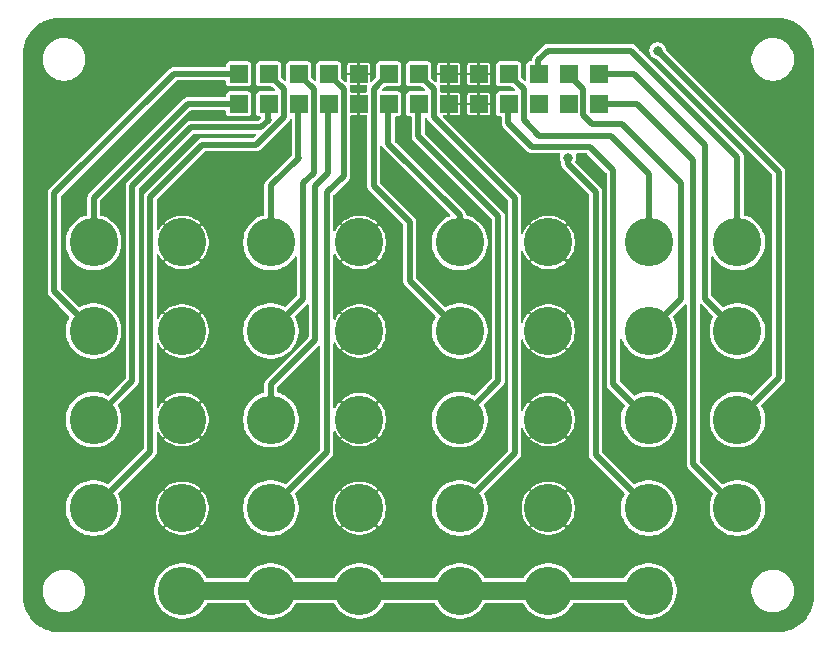
<source format=gbl>
G04 #@! TF.GenerationSoftware,KiCad,Pcbnew,9.0.2*
G04 #@! TF.CreationDate,2025-06-10T18:41:30+02:00*
G04 #@! TF.ProjectId,RPI-Electronics_IO-Card.pro,5250492d-456c-4656-9374-726f6e696373,rev?*
G04 #@! TF.SameCoordinates,Original*
G04 #@! TF.FileFunction,Copper,L2,Bot*
G04 #@! TF.FilePolarity,Positive*
%FSLAX46Y46*%
G04 Gerber Fmt 4.6, Leading zero omitted, Abs format (unit mm)*
G04 Created by KiCad (PCBNEW 9.0.2) date 2025-06-10 18:41:30*
%MOMM*%
%LPD*%
G01*
G04 APERTURE LIST*
G04 Aperture macros list*
%AMFreePoly0*
4,1,5,0.750000,-0.750000,-0.750000,-0.750000,-0.750000,0.750000,0.750000,0.750000,0.750000,-0.750000,0.750000,-0.750000,$1*%
G04 Aperture macros list end*
G04 #@! TA.AperFunction,ComponentPad*
%ADD10C,4.100000*%
G04 #@! TD*
G04 #@! TA.AperFunction,ComponentPad*
%ADD11FreePoly0,90.000000*%
G04 #@! TD*
G04 #@! TA.AperFunction,ViaPad*
%ADD12C,0.800000*%
G04 #@! TD*
G04 #@! TA.AperFunction,Conductor*
%ADD13C,0.500000*%
G04 #@! TD*
G04 #@! TA.AperFunction,Conductor*
%ADD14C,1.500000*%
G04 #@! TD*
G04 APERTURE END LIST*
D10*
X122990000Y-71070000D03*
X130490000Y-86070000D03*
X146490000Y-100570000D03*
X162490000Y-100570000D03*
X169990000Y-78570000D03*
X153990000Y-93570000D03*
X162490000Y-78570000D03*
X153990000Y-78570000D03*
X146490000Y-93570000D03*
X146490000Y-71070000D03*
X137990000Y-93570000D03*
X153990000Y-100570000D03*
X137990000Y-86070000D03*
X169990000Y-86070000D03*
X115490000Y-93570000D03*
X162490000Y-93570000D03*
X130490000Y-71070000D03*
X146490000Y-86070000D03*
X169990000Y-93570000D03*
X137990000Y-100570000D03*
X130490000Y-78570000D03*
X162490000Y-71070000D03*
X122990000Y-78570000D03*
X122990000Y-100570000D03*
X115490000Y-78570000D03*
X162490000Y-86070000D03*
X130490000Y-93570000D03*
D11*
X127762000Y-59334400D03*
X127762000Y-56794400D03*
X130302000Y-59334400D03*
X130302000Y-56794400D03*
X132842000Y-59334400D03*
X132842000Y-56794400D03*
X135382000Y-59334400D03*
X135382000Y-56794400D03*
X137922000Y-59334400D03*
X137922000Y-56794400D03*
X140462000Y-59334400D03*
X140462000Y-56794400D03*
X143002000Y-59334400D03*
X143002000Y-56794400D03*
X145542000Y-59334400D03*
X145542000Y-56794400D03*
X148082000Y-59334400D03*
X148082000Y-56794400D03*
X150622000Y-59334400D03*
X150622000Y-56794400D03*
X153162000Y-59334400D03*
X153162000Y-56794400D03*
X155702000Y-59334400D03*
X155702000Y-56794400D03*
X158242000Y-59334400D03*
X158242000Y-56794400D03*
D10*
X153990000Y-86070000D03*
X137990000Y-78570000D03*
X137990000Y-71070000D03*
X153990000Y-71070000D03*
X130490000Y-100570000D03*
X122990000Y-93570000D03*
X115490000Y-71070000D03*
X146490000Y-78570000D03*
X122990000Y-86070000D03*
X115490000Y-86070000D03*
X169990000Y-71070000D03*
D12*
X163240000Y-54820000D03*
X155651200Y-63881000D03*
D13*
X140450000Y-59340000D02*
X140450000Y-62726000D01*
X140450000Y-62726000D02*
X146490000Y-68766000D01*
X146490000Y-68766000D02*
X146490000Y-71070000D01*
X142240000Y-69320000D02*
X142240000Y-74320000D01*
X142240000Y-74320000D02*
X146490000Y-78570000D01*
X139192000Y-58058000D02*
X139192000Y-66272000D01*
X140450000Y-56800000D02*
X139192000Y-58058000D01*
X139192000Y-66272000D02*
X142240000Y-69320000D01*
X142990000Y-62070000D02*
X149733000Y-68813000D01*
X149733000Y-68813000D02*
X149733000Y-82827000D01*
X142990000Y-59340000D02*
X142990000Y-62070000D01*
X149733000Y-82827000D02*
X146490000Y-86070000D01*
X151130000Y-67310000D02*
X151130000Y-88930000D01*
X142990000Y-56800000D02*
X144272000Y-58082000D01*
X151130000Y-88930000D02*
X146490000Y-93570000D01*
X144272000Y-58082000D02*
X144272000Y-60452000D01*
X144272000Y-60452000D02*
X151130000Y-67310000D01*
X150610000Y-59340000D02*
X150610000Y-60940000D01*
X159490000Y-64969311D02*
X157491188Y-62970499D01*
X150610000Y-60940000D02*
X152640499Y-62970499D01*
X157491188Y-62970499D02*
X152640499Y-62970499D01*
X162490000Y-86070000D02*
X159490000Y-83070000D01*
X159490000Y-83070000D02*
X159490000Y-64969311D01*
X151892000Y-58082000D02*
X151892000Y-60722000D01*
X150610000Y-56800000D02*
X151892000Y-58082000D01*
X162490000Y-65257500D02*
X162490000Y-71070000D01*
X153240000Y-62070000D02*
X159302500Y-62070000D01*
X151892000Y-60722000D02*
X153240000Y-62070000D01*
X159302500Y-62070000D02*
X162490000Y-65257500D01*
X173490000Y-65070000D02*
X163240000Y-54820000D01*
X169990000Y-86070000D02*
X173490000Y-82570000D01*
X173490000Y-82570000D02*
X173490000Y-65070000D01*
X169990000Y-71070000D02*
X169990000Y-63820000D01*
X153150000Y-55638000D02*
X153150000Y-56800000D01*
X160990000Y-54820000D02*
X153968000Y-54820000D01*
X153968000Y-54820000D02*
X153150000Y-55638000D01*
X169990000Y-63820000D02*
X160990000Y-54820000D01*
X157990000Y-66804000D02*
X157990000Y-89070000D01*
X155651200Y-64465200D02*
X157990000Y-66804000D01*
X155651200Y-63881000D02*
X155651200Y-64465200D01*
X157990000Y-89070000D02*
X162490000Y-93570000D01*
X165240000Y-75820000D02*
X162490000Y-78570000D01*
X156946600Y-60299600D02*
X157717000Y-61070000D01*
X156946600Y-58056600D02*
X156946600Y-60299600D01*
X165240000Y-66070000D02*
X165240000Y-75820000D01*
X155690000Y-56800000D02*
X156946600Y-58056600D01*
X157717000Y-61070000D02*
X160240000Y-61070000D01*
X160240000Y-61070000D02*
X165240000Y-66070000D01*
X167240000Y-62820000D02*
X167240000Y-75820000D01*
X161185000Y-56800000D02*
X158230000Y-56800000D01*
X161202500Y-56782500D02*
X161185000Y-56800000D01*
X161202500Y-56782500D02*
X167240000Y-62820000D01*
X167240000Y-75820000D02*
X169990000Y-78570000D01*
X161510000Y-59340000D02*
X158230000Y-59340000D01*
X166240000Y-89820000D02*
X169990000Y-93570000D01*
X166240000Y-64070000D02*
X166240000Y-89820000D01*
X166240000Y-64070000D02*
X161510000Y-59340000D01*
X115490000Y-67320000D02*
X123470000Y-59340000D01*
X115490000Y-67320000D02*
X115490000Y-71070000D01*
X123470000Y-59340000D02*
X127750000Y-59340000D01*
D14*
X122990000Y-100570000D02*
X162490000Y-100570000D01*
D13*
X112141000Y-66919000D02*
X122260000Y-56800000D01*
X112141000Y-75221000D02*
X115490000Y-78570000D01*
X112141000Y-66919000D02*
X112141000Y-75221000D01*
X122260000Y-56800000D02*
X127750000Y-56800000D01*
X118745000Y-82815000D02*
X115490000Y-86070000D01*
X123740000Y-61320000D02*
X118745000Y-66315000D01*
X118745000Y-66315000D02*
X118745000Y-82815000D01*
X130290000Y-60694000D02*
X130290000Y-59340000D01*
X129688000Y-61320000D02*
X130302000Y-60706000D01*
X130302000Y-60706000D02*
X130290000Y-60694000D01*
X123740000Y-61320000D02*
X129688000Y-61320000D01*
X124632000Y-62820000D02*
X129209022Y-62820000D01*
X120269000Y-88791000D02*
X120269000Y-67183000D01*
X120269000Y-67183000D02*
X124632000Y-62820000D01*
X129209022Y-62820000D02*
X131572000Y-60457022D01*
X131572000Y-58082000D02*
X130290000Y-56800000D01*
X115490000Y-93570000D02*
X120269000Y-88791000D01*
X131572000Y-60457022D02*
X131572000Y-58082000D01*
X132842000Y-63881000D02*
X132830000Y-63869000D01*
X132830000Y-63869000D02*
X132830000Y-59340000D01*
X130490000Y-66233000D02*
X132842000Y-63881000D01*
X130490000Y-71070000D02*
X130490000Y-66233000D01*
X133240000Y-66070000D02*
X133240000Y-75820000D01*
X132830000Y-56800000D02*
X134112000Y-58082000D01*
X134112000Y-65198000D02*
X133240000Y-66070000D01*
X134112000Y-58082000D02*
X134112000Y-65198000D01*
X133240000Y-75820000D02*
X130490000Y-78570000D01*
X134240000Y-66320000D02*
X134240000Y-79320000D01*
X135370000Y-59340000D02*
X135370000Y-65190000D01*
X134240000Y-79320000D02*
X130490000Y-83070000D01*
X135370000Y-65190000D02*
X134240000Y-66320000D01*
X130490000Y-83070000D02*
X130490000Y-86070000D01*
X136652000Y-65408000D02*
X135240000Y-66820000D01*
X135240000Y-88820000D02*
X130490000Y-93570000D01*
X135240000Y-66820000D02*
X135240000Y-88820000D01*
X136652000Y-58082000D02*
X136652000Y-65408000D01*
X135370000Y-56800000D02*
X136652000Y-58082000D01*
G04 #@! TA.AperFunction,Conductor*
G36*
X138022000Y-57749399D02*
G01*
X138022001Y-57749400D01*
X138575751Y-57749400D01*
X138633942Y-57768307D01*
X138669906Y-57817807D01*
X138671377Y-57874024D01*
X138641500Y-57985522D01*
X138641500Y-58280400D01*
X138622593Y-58338591D01*
X138573093Y-58374555D01*
X138542500Y-58379400D01*
X138022001Y-58379400D01*
X138022000Y-58379401D01*
X138022000Y-58843557D01*
X137987826Y-58834400D01*
X137856174Y-58834400D01*
X137822000Y-58843557D01*
X137822000Y-58379401D01*
X137821999Y-58379400D01*
X137301500Y-58379400D01*
X137243309Y-58360493D01*
X137207345Y-58310993D01*
X137202500Y-58280400D01*
X137202500Y-58009524D01*
X137202499Y-58009522D01*
X137176749Y-57913421D01*
X137166192Y-57874023D01*
X137169393Y-57812922D01*
X137207898Y-57765372D01*
X137261818Y-57749400D01*
X137821999Y-57749400D01*
X137822000Y-57749399D01*
X137822000Y-57285242D01*
X137856174Y-57294400D01*
X137987826Y-57294400D01*
X138022000Y-57285242D01*
X138022000Y-57749399D01*
G37*
G04 #@! TD.AperFunction*
G04 #@! TA.AperFunction,Conductor*
G36*
X173492595Y-52080636D02*
G01*
X173797309Y-52096605D01*
X173807605Y-52097687D01*
X174106434Y-52145017D01*
X174116547Y-52147166D01*
X174408805Y-52225477D01*
X174418638Y-52228671D01*
X174701111Y-52337102D01*
X174710546Y-52341303D01*
X174980140Y-52478668D01*
X174989100Y-52483842D01*
X175242836Y-52648620D01*
X175251208Y-52654703D01*
X175340725Y-52727192D01*
X175486328Y-52845099D01*
X175494029Y-52852032D01*
X175707967Y-53065970D01*
X175714900Y-53073671D01*
X175905292Y-53308785D01*
X175911383Y-53317169D01*
X176076153Y-53570892D01*
X176081335Y-53579866D01*
X176218692Y-53849445D01*
X176222900Y-53858897D01*
X176331323Y-54141350D01*
X176334523Y-54151197D01*
X176412830Y-54443440D01*
X176414984Y-54453576D01*
X176462311Y-54752389D01*
X176463394Y-54762694D01*
X176479364Y-55067403D01*
X176479500Y-55072585D01*
X176479500Y-101067414D01*
X176479364Y-101072596D01*
X176463394Y-101377305D01*
X176462311Y-101387610D01*
X176414984Y-101686423D01*
X176412830Y-101696559D01*
X176334523Y-101988802D01*
X176331321Y-101998654D01*
X176258530Y-102188286D01*
X176222907Y-102281087D01*
X176218692Y-102290554D01*
X176081335Y-102560133D01*
X176076153Y-102569107D01*
X175911383Y-102822830D01*
X175905292Y-102831214D01*
X175714900Y-103066328D01*
X175707967Y-103074029D01*
X175494029Y-103287967D01*
X175486328Y-103294900D01*
X175251214Y-103485292D01*
X175242830Y-103491383D01*
X174989107Y-103656153D01*
X174980133Y-103661335D01*
X174710554Y-103798692D01*
X174701095Y-103802903D01*
X174488789Y-103884400D01*
X174418657Y-103911321D01*
X174408802Y-103914523D01*
X174116559Y-103992830D01*
X174106423Y-103994984D01*
X173982694Y-104014581D01*
X173967207Y-104015800D01*
X112012793Y-104015800D01*
X111997306Y-104014581D01*
X111873576Y-103994984D01*
X111863440Y-103992830D01*
X111571197Y-103914523D01*
X111561350Y-103911323D01*
X111278897Y-103802900D01*
X111269445Y-103798692D01*
X110999866Y-103661335D01*
X110990892Y-103656153D01*
X110737169Y-103491383D01*
X110728785Y-103485292D01*
X110493671Y-103294900D01*
X110485970Y-103287967D01*
X110272032Y-103074029D01*
X110265099Y-103066328D01*
X110074703Y-102831208D01*
X110068616Y-102822830D01*
X109903842Y-102569100D01*
X109898668Y-102560140D01*
X109761303Y-102290546D01*
X109757102Y-102281111D01*
X109648671Y-101998638D01*
X109645476Y-101988802D01*
X109615966Y-101878670D01*
X109567166Y-101696547D01*
X109565017Y-101686434D01*
X109517687Y-101387605D01*
X109516605Y-101377304D01*
X109513977Y-101327164D01*
X109500636Y-101072595D01*
X109500500Y-101067414D01*
X109500500Y-100451987D01*
X111189500Y-100451987D01*
X111189500Y-100688012D01*
X111220306Y-100922006D01*
X111220306Y-100922011D01*
X111281393Y-101149992D01*
X111371713Y-101368044D01*
X111489729Y-101572453D01*
X111633402Y-101759692D01*
X111633404Y-101759694D01*
X111633408Y-101759699D01*
X111800301Y-101926592D01*
X111800305Y-101926595D01*
X111800307Y-101926597D01*
X111887896Y-101993806D01*
X111987550Y-102070273D01*
X112191951Y-102188284D01*
X112191952Y-102188284D01*
X112191955Y-102188286D01*
X112410007Y-102278606D01*
X112637986Y-102339693D01*
X112871989Y-102370500D01*
X112871990Y-102370500D01*
X113108010Y-102370500D01*
X113108011Y-102370500D01*
X113342014Y-102339693D01*
X113569993Y-102278606D01*
X113788049Y-102188284D01*
X113992450Y-102070273D01*
X114179699Y-101926592D01*
X114346592Y-101759699D01*
X114490273Y-101572450D01*
X114608284Y-101368049D01*
X114698606Y-101149993D01*
X114759693Y-100922014D01*
X114790500Y-100688011D01*
X114790500Y-100451989D01*
X114788871Y-100439617D01*
X114787029Y-100425620D01*
X114785754Y-100415939D01*
X120639500Y-100415939D01*
X120639500Y-100724060D01*
X120679717Y-101029536D01*
X120679717Y-101029541D01*
X120759464Y-101327163D01*
X120877375Y-101611825D01*
X121031440Y-101878673D01*
X121219003Y-102123110D01*
X121219005Y-102123112D01*
X121219009Y-102123117D01*
X121436883Y-102340991D01*
X121436887Y-102340994D01*
X121436889Y-102340996D01*
X121681326Y-102528559D01*
X121681330Y-102528562D01*
X121948170Y-102682622D01*
X121948171Y-102682622D01*
X121948174Y-102682624D01*
X122018819Y-102711886D01*
X122232836Y-102800535D01*
X122530456Y-102880282D01*
X122835940Y-102920500D01*
X122835941Y-102920500D01*
X123144059Y-102920500D01*
X123144060Y-102920500D01*
X123449544Y-102880282D01*
X123747164Y-102800535D01*
X124031830Y-102682622D01*
X124298670Y-102528562D01*
X124543117Y-102340991D01*
X124760991Y-102123117D01*
X124948562Y-101878670D01*
X125069037Y-101669999D01*
X125114507Y-101629059D01*
X125154774Y-101620500D01*
X128325226Y-101620500D01*
X128383417Y-101639407D01*
X128410962Y-101669999D01*
X128515026Y-101850244D01*
X128531440Y-101878673D01*
X128719003Y-102123110D01*
X128719005Y-102123112D01*
X128719009Y-102123117D01*
X128936883Y-102340991D01*
X128936887Y-102340994D01*
X128936889Y-102340996D01*
X129181326Y-102528559D01*
X129181330Y-102528562D01*
X129448170Y-102682622D01*
X129448171Y-102682622D01*
X129448174Y-102682624D01*
X129518819Y-102711886D01*
X129732836Y-102800535D01*
X130030456Y-102880282D01*
X130335940Y-102920500D01*
X130335941Y-102920500D01*
X130644059Y-102920500D01*
X130644060Y-102920500D01*
X130949544Y-102880282D01*
X131247164Y-102800535D01*
X131531830Y-102682622D01*
X131798670Y-102528562D01*
X132043117Y-102340991D01*
X132260991Y-102123117D01*
X132448562Y-101878670D01*
X132569037Y-101669999D01*
X132614507Y-101629059D01*
X132654774Y-101620500D01*
X135825226Y-101620500D01*
X135883417Y-101639407D01*
X135910962Y-101669999D01*
X136015026Y-101850244D01*
X136031440Y-101878673D01*
X136219003Y-102123110D01*
X136219005Y-102123112D01*
X136219009Y-102123117D01*
X136436883Y-102340991D01*
X136436887Y-102340994D01*
X136436889Y-102340996D01*
X136681326Y-102528559D01*
X136681330Y-102528562D01*
X136948170Y-102682622D01*
X136948171Y-102682622D01*
X136948174Y-102682624D01*
X137018819Y-102711886D01*
X137232836Y-102800535D01*
X137530456Y-102880282D01*
X137835940Y-102920500D01*
X137835941Y-102920500D01*
X138144059Y-102920500D01*
X138144060Y-102920500D01*
X138449544Y-102880282D01*
X138747164Y-102800535D01*
X139031830Y-102682622D01*
X139298670Y-102528562D01*
X139543117Y-102340991D01*
X139760991Y-102123117D01*
X139948562Y-101878670D01*
X140069037Y-101669999D01*
X140114507Y-101629059D01*
X140154774Y-101620500D01*
X144325226Y-101620500D01*
X144383417Y-101639407D01*
X144410962Y-101669999D01*
X144515026Y-101850244D01*
X144531440Y-101878673D01*
X144719003Y-102123110D01*
X144719005Y-102123112D01*
X144719009Y-102123117D01*
X144936883Y-102340991D01*
X144936887Y-102340994D01*
X144936889Y-102340996D01*
X145181326Y-102528559D01*
X145181330Y-102528562D01*
X145448170Y-102682622D01*
X145448171Y-102682622D01*
X145448174Y-102682624D01*
X145518819Y-102711886D01*
X145732836Y-102800535D01*
X146030456Y-102880282D01*
X146335940Y-102920500D01*
X146335941Y-102920500D01*
X146644059Y-102920500D01*
X146644060Y-102920500D01*
X146949544Y-102880282D01*
X147247164Y-102800535D01*
X147531830Y-102682622D01*
X147798670Y-102528562D01*
X148043117Y-102340991D01*
X148260991Y-102123117D01*
X148448562Y-101878670D01*
X148569037Y-101669999D01*
X148614507Y-101629059D01*
X148654774Y-101620500D01*
X151825226Y-101620500D01*
X151883417Y-101639407D01*
X151910962Y-101669999D01*
X152015026Y-101850244D01*
X152031440Y-101878673D01*
X152219003Y-102123110D01*
X152219005Y-102123112D01*
X152219009Y-102123117D01*
X152436883Y-102340991D01*
X152436887Y-102340994D01*
X152436889Y-102340996D01*
X152681326Y-102528559D01*
X152681330Y-102528562D01*
X152948170Y-102682622D01*
X152948171Y-102682622D01*
X152948174Y-102682624D01*
X153018819Y-102711886D01*
X153232836Y-102800535D01*
X153530456Y-102880282D01*
X153835940Y-102920500D01*
X153835941Y-102920500D01*
X154144059Y-102920500D01*
X154144060Y-102920500D01*
X154449544Y-102880282D01*
X154747164Y-102800535D01*
X155031830Y-102682622D01*
X155298670Y-102528562D01*
X155543117Y-102340991D01*
X155760991Y-102123117D01*
X155948562Y-101878670D01*
X156069037Y-101669999D01*
X156114507Y-101629059D01*
X156154774Y-101620500D01*
X160325226Y-101620500D01*
X160383417Y-101639407D01*
X160410962Y-101669999D01*
X160515026Y-101850244D01*
X160531440Y-101878673D01*
X160719003Y-102123110D01*
X160719005Y-102123112D01*
X160719009Y-102123117D01*
X160936883Y-102340991D01*
X160936887Y-102340994D01*
X160936889Y-102340996D01*
X161181326Y-102528559D01*
X161181330Y-102528562D01*
X161448170Y-102682622D01*
X161448171Y-102682622D01*
X161448174Y-102682624D01*
X161518819Y-102711886D01*
X161732836Y-102800535D01*
X162030456Y-102880282D01*
X162335940Y-102920500D01*
X162335941Y-102920500D01*
X162644059Y-102920500D01*
X162644060Y-102920500D01*
X162949544Y-102880282D01*
X163247164Y-102800535D01*
X163531830Y-102682622D01*
X163798670Y-102528562D01*
X164043117Y-102340991D01*
X164260991Y-102123117D01*
X164448562Y-101878670D01*
X164602622Y-101611830D01*
X164720535Y-101327164D01*
X164800282Y-101029544D01*
X164840500Y-100724060D01*
X164840500Y-100451987D01*
X171189500Y-100451987D01*
X171189500Y-100688012D01*
X171220306Y-100922006D01*
X171220306Y-100922011D01*
X171281393Y-101149992D01*
X171371713Y-101368044D01*
X171489729Y-101572453D01*
X171633402Y-101759692D01*
X171633404Y-101759694D01*
X171633408Y-101759699D01*
X171800301Y-101926592D01*
X171800305Y-101926595D01*
X171800307Y-101926597D01*
X171887896Y-101993806D01*
X171987550Y-102070273D01*
X172191951Y-102188284D01*
X172191952Y-102188284D01*
X172191955Y-102188286D01*
X172410007Y-102278606D01*
X172637986Y-102339693D01*
X172871989Y-102370500D01*
X172871990Y-102370500D01*
X173108010Y-102370500D01*
X173108011Y-102370500D01*
X173342014Y-102339693D01*
X173569993Y-102278606D01*
X173788049Y-102188284D01*
X173992450Y-102070273D01*
X174179699Y-101926592D01*
X174346592Y-101759699D01*
X174490273Y-101572450D01*
X174608284Y-101368049D01*
X174698606Y-101149993D01*
X174759693Y-100922014D01*
X174790500Y-100688011D01*
X174790500Y-100451989D01*
X174759693Y-100217986D01*
X174698606Y-99990007D01*
X174608284Y-99771951D01*
X174490273Y-99567550D01*
X174453403Y-99519500D01*
X174346597Y-99380307D01*
X174346595Y-99380305D01*
X174346592Y-99380301D01*
X174179699Y-99213408D01*
X174179694Y-99213404D01*
X174179692Y-99213402D01*
X173992453Y-99069729D01*
X173900921Y-99016883D01*
X173788049Y-98951716D01*
X173788044Y-98951713D01*
X173569992Y-98861393D01*
X173414277Y-98819670D01*
X173342014Y-98800307D01*
X173342011Y-98800306D01*
X173342009Y-98800306D01*
X173108012Y-98769500D01*
X173108011Y-98769500D01*
X172871989Y-98769500D01*
X172871987Y-98769500D01*
X172637993Y-98800306D01*
X172637988Y-98800306D01*
X172410007Y-98861393D01*
X172191955Y-98951713D01*
X171987546Y-99069729D01*
X171800307Y-99213402D01*
X171633402Y-99380307D01*
X171489729Y-99567546D01*
X171371713Y-99771955D01*
X171281393Y-99990007D01*
X171220306Y-100217988D01*
X171220306Y-100217993D01*
X171189500Y-100451987D01*
X164840500Y-100451987D01*
X164840500Y-100415940D01*
X164800282Y-100110456D01*
X164720535Y-99812836D01*
X164602624Y-99528174D01*
X164586700Y-99500593D01*
X164448562Y-99261330D01*
X164411786Y-99213402D01*
X164260996Y-99016889D01*
X164260994Y-99016887D01*
X164260991Y-99016883D01*
X164043117Y-98799009D01*
X164043112Y-98799005D01*
X164043110Y-98799003D01*
X163798673Y-98611440D01*
X163531825Y-98457375D01*
X163247163Y-98339464D01*
X163043881Y-98284995D01*
X162949544Y-98259718D01*
X162949541Y-98259717D01*
X162949539Y-98259717D01*
X162644060Y-98219500D01*
X162335940Y-98219500D01*
X162335939Y-98219500D01*
X162030463Y-98259717D01*
X162030458Y-98259717D01*
X161732836Y-98339464D01*
X161448174Y-98457375D01*
X161181326Y-98611440D01*
X160936889Y-98799003D01*
X160719003Y-99016889D01*
X160531440Y-99261326D01*
X160410963Y-99470000D01*
X160365493Y-99510941D01*
X160325226Y-99519500D01*
X156154774Y-99519500D01*
X156096583Y-99500593D01*
X156069037Y-99470000D01*
X156017253Y-99380307D01*
X155948562Y-99261330D01*
X155911786Y-99213402D01*
X155760996Y-99016889D01*
X155760994Y-99016887D01*
X155760991Y-99016883D01*
X155543117Y-98799009D01*
X155543112Y-98799005D01*
X155543110Y-98799003D01*
X155298673Y-98611440D01*
X155031825Y-98457375D01*
X154747163Y-98339464D01*
X154543881Y-98284995D01*
X154449544Y-98259718D01*
X154449541Y-98259717D01*
X154449539Y-98259717D01*
X154144060Y-98219500D01*
X153835940Y-98219500D01*
X153835939Y-98219500D01*
X153530463Y-98259717D01*
X153530458Y-98259717D01*
X153232836Y-98339464D01*
X152948174Y-98457375D01*
X152681326Y-98611440D01*
X152436889Y-98799003D01*
X152219003Y-99016889D01*
X152031440Y-99261326D01*
X151910963Y-99470000D01*
X151865493Y-99510941D01*
X151825226Y-99519500D01*
X148654774Y-99519500D01*
X148596583Y-99500593D01*
X148569037Y-99470000D01*
X148517253Y-99380307D01*
X148448562Y-99261330D01*
X148411786Y-99213402D01*
X148260996Y-99016889D01*
X148260994Y-99016887D01*
X148260991Y-99016883D01*
X148043117Y-98799009D01*
X148043112Y-98799005D01*
X148043110Y-98799003D01*
X147798673Y-98611440D01*
X147531825Y-98457375D01*
X147247163Y-98339464D01*
X147043881Y-98284995D01*
X146949544Y-98259718D01*
X146949541Y-98259717D01*
X146949539Y-98259717D01*
X146644060Y-98219500D01*
X146335940Y-98219500D01*
X146335939Y-98219500D01*
X146030463Y-98259717D01*
X146030458Y-98259717D01*
X145732836Y-98339464D01*
X145448174Y-98457375D01*
X145181326Y-98611440D01*
X144936889Y-98799003D01*
X144719003Y-99016889D01*
X144531440Y-99261326D01*
X144410963Y-99470000D01*
X144365493Y-99510941D01*
X144325226Y-99519500D01*
X140154774Y-99519500D01*
X140096583Y-99500593D01*
X140069037Y-99470000D01*
X140017253Y-99380307D01*
X139948562Y-99261330D01*
X139911786Y-99213402D01*
X139760996Y-99016889D01*
X139760994Y-99016887D01*
X139760991Y-99016883D01*
X139543117Y-98799009D01*
X139543112Y-98799005D01*
X139543110Y-98799003D01*
X139298673Y-98611440D01*
X139031825Y-98457375D01*
X138747163Y-98339464D01*
X138543881Y-98284995D01*
X138449544Y-98259718D01*
X138449541Y-98259717D01*
X138449539Y-98259717D01*
X138144060Y-98219500D01*
X137835940Y-98219500D01*
X137835939Y-98219500D01*
X137530463Y-98259717D01*
X137530458Y-98259717D01*
X137232836Y-98339464D01*
X136948174Y-98457375D01*
X136681326Y-98611440D01*
X136436889Y-98799003D01*
X136219003Y-99016889D01*
X136031440Y-99261326D01*
X135910963Y-99470000D01*
X135865493Y-99510941D01*
X135825226Y-99519500D01*
X132654774Y-99519500D01*
X132596583Y-99500593D01*
X132569037Y-99470000D01*
X132517253Y-99380307D01*
X132448562Y-99261330D01*
X132411786Y-99213402D01*
X132260996Y-99016889D01*
X132260994Y-99016887D01*
X132260991Y-99016883D01*
X132043117Y-98799009D01*
X132043112Y-98799005D01*
X132043110Y-98799003D01*
X131798673Y-98611440D01*
X131531825Y-98457375D01*
X131247163Y-98339464D01*
X131043881Y-98284995D01*
X130949544Y-98259718D01*
X130949541Y-98259717D01*
X130949539Y-98259717D01*
X130644060Y-98219500D01*
X130335940Y-98219500D01*
X130335939Y-98219500D01*
X130030463Y-98259717D01*
X130030458Y-98259717D01*
X129732836Y-98339464D01*
X129448174Y-98457375D01*
X129181326Y-98611440D01*
X128936889Y-98799003D01*
X128719003Y-99016889D01*
X128531440Y-99261326D01*
X128410963Y-99470000D01*
X128365493Y-99510941D01*
X128325226Y-99519500D01*
X125154774Y-99519500D01*
X125096583Y-99500593D01*
X125069037Y-99470000D01*
X125017253Y-99380307D01*
X124948562Y-99261330D01*
X124911786Y-99213402D01*
X124760996Y-99016889D01*
X124760994Y-99016887D01*
X124760991Y-99016883D01*
X124543117Y-98799009D01*
X124543112Y-98799005D01*
X124543110Y-98799003D01*
X124298673Y-98611440D01*
X124031825Y-98457375D01*
X123747163Y-98339464D01*
X123543881Y-98284995D01*
X123449544Y-98259718D01*
X123449541Y-98259717D01*
X123449539Y-98259717D01*
X123144060Y-98219500D01*
X122835940Y-98219500D01*
X122835939Y-98219500D01*
X122530463Y-98259717D01*
X122530458Y-98259717D01*
X122232836Y-98339464D01*
X121948174Y-98457375D01*
X121681326Y-98611440D01*
X121436889Y-98799003D01*
X121219003Y-99016889D01*
X121031440Y-99261326D01*
X120877375Y-99528174D01*
X120759464Y-99812836D01*
X120679717Y-100110458D01*
X120679717Y-100110463D01*
X120639500Y-100415939D01*
X114785754Y-100415939D01*
X114776979Y-100349289D01*
X114759693Y-100217986D01*
X114698606Y-99990007D01*
X114608284Y-99771951D01*
X114490273Y-99567550D01*
X114453403Y-99519500D01*
X114346597Y-99380307D01*
X114346595Y-99380305D01*
X114346592Y-99380301D01*
X114179699Y-99213408D01*
X114179694Y-99213404D01*
X114179692Y-99213402D01*
X113992453Y-99069729D01*
X113900921Y-99016883D01*
X113788049Y-98951716D01*
X113788044Y-98951713D01*
X113569992Y-98861393D01*
X113414277Y-98819670D01*
X113342014Y-98800307D01*
X113342011Y-98800306D01*
X113342009Y-98800306D01*
X113108012Y-98769500D01*
X113108011Y-98769500D01*
X112871989Y-98769500D01*
X112871987Y-98769500D01*
X112637993Y-98800306D01*
X112637988Y-98800306D01*
X112410007Y-98861393D01*
X112191955Y-98951713D01*
X111987546Y-99069729D01*
X111800307Y-99213402D01*
X111633402Y-99380307D01*
X111489729Y-99567546D01*
X111371713Y-99771955D01*
X111281393Y-99990007D01*
X111220306Y-100217988D01*
X111220306Y-100217993D01*
X111189500Y-100451987D01*
X109500500Y-100451987D01*
X109500500Y-85915939D01*
X113139500Y-85915939D01*
X113139500Y-86224060D01*
X113179717Y-86529536D01*
X113179717Y-86529541D01*
X113259464Y-86827163D01*
X113377375Y-87111825D01*
X113388190Y-87130557D01*
X113516568Y-87352915D01*
X113531440Y-87378673D01*
X113719003Y-87623110D01*
X113719005Y-87623112D01*
X113719009Y-87623117D01*
X113936883Y-87840991D01*
X113936887Y-87840994D01*
X113936889Y-87840996D01*
X114072198Y-87944822D01*
X114181330Y-88028562D01*
X114448170Y-88182622D01*
X114448171Y-88182622D01*
X114448174Y-88182624D01*
X114502593Y-88205165D01*
X114732836Y-88300535D01*
X115030456Y-88380282D01*
X115335940Y-88420500D01*
X115335941Y-88420500D01*
X115644059Y-88420500D01*
X115644060Y-88420500D01*
X115949544Y-88380282D01*
X116247164Y-88300535D01*
X116531830Y-88182622D01*
X116798670Y-88028562D01*
X117043117Y-87840991D01*
X117260991Y-87623117D01*
X117448562Y-87378670D01*
X117602622Y-87111830D01*
X117720535Y-86827164D01*
X117800282Y-86529544D01*
X117840500Y-86224060D01*
X117840500Y-85915940D01*
X117800282Y-85610456D01*
X117720535Y-85312836D01*
X117602622Y-85028170D01*
X117533626Y-84908667D01*
X117520905Y-84848821D01*
X117545791Y-84792925D01*
X117549339Y-84789184D01*
X119185510Y-83153015D01*
X119257984Y-83027485D01*
X119262533Y-83010509D01*
X119295500Y-82887475D01*
X119295500Y-66584033D01*
X119314407Y-66525842D01*
X119324496Y-66514029D01*
X123939029Y-61899496D01*
X123993546Y-61871719D01*
X124009033Y-61870500D01*
X129140989Y-61870500D01*
X129199180Y-61889407D01*
X129235144Y-61938907D01*
X129235144Y-62000093D01*
X129210993Y-62039504D01*
X129009993Y-62240504D01*
X128955476Y-62268281D01*
X128939989Y-62269500D01*
X124559525Y-62269500D01*
X124419515Y-62307016D01*
X124293985Y-62379490D01*
X119828487Y-66844988D01*
X119801073Y-66892473D01*
X119801073Y-66892474D01*
X119756016Y-66970513D01*
X119718500Y-67110525D01*
X119718500Y-88521967D01*
X119699593Y-88580158D01*
X119689504Y-88591971D01*
X116770835Y-91510639D01*
X116716318Y-91538416D01*
X116655886Y-91528845D01*
X116651331Y-91526372D01*
X116531825Y-91457375D01*
X116247163Y-91339464D01*
X116043881Y-91284995D01*
X115949544Y-91259718D01*
X115949541Y-91259717D01*
X115949539Y-91259717D01*
X115644060Y-91219500D01*
X115335940Y-91219500D01*
X115335939Y-91219500D01*
X115030463Y-91259717D01*
X115030458Y-91259717D01*
X114732836Y-91339464D01*
X114448174Y-91457375D01*
X114181326Y-91611440D01*
X113936889Y-91799003D01*
X113719003Y-92016889D01*
X113531440Y-92261326D01*
X113377375Y-92528174D01*
X113259464Y-92812836D01*
X113179717Y-93110458D01*
X113179717Y-93110463D01*
X113139500Y-93415939D01*
X113139500Y-93724060D01*
X113179717Y-94029536D01*
X113179717Y-94029541D01*
X113259464Y-94327163D01*
X113377375Y-94611825D01*
X113377378Y-94611830D01*
X113516568Y-94852915D01*
X113531440Y-94878673D01*
X113719003Y-95123110D01*
X113719005Y-95123112D01*
X113719009Y-95123117D01*
X113936883Y-95340991D01*
X113936887Y-95340994D01*
X113936889Y-95340996D01*
X114072198Y-95444822D01*
X114181330Y-95528562D01*
X114448170Y-95682622D01*
X114448171Y-95682622D01*
X114448174Y-95682624D01*
X114502593Y-95705165D01*
X114732836Y-95800535D01*
X115030456Y-95880282D01*
X115335940Y-95920500D01*
X115335941Y-95920500D01*
X115644059Y-95920500D01*
X115644060Y-95920500D01*
X115949544Y-95880282D01*
X116247164Y-95800535D01*
X116531830Y-95682622D01*
X116798670Y-95528562D01*
X117043117Y-95340991D01*
X117260991Y-95123117D01*
X117448562Y-94878670D01*
X117602622Y-94611830D01*
X117720535Y-94327164D01*
X117800282Y-94029544D01*
X117840500Y-93724060D01*
X117840500Y-93422525D01*
X120740000Y-93422525D01*
X120740000Y-93717474D01*
X120778498Y-94009895D01*
X120854834Y-94294789D01*
X120967706Y-94567286D01*
X121115177Y-94822712D01*
X121294725Y-95056704D01*
X121328299Y-95090278D01*
X121858628Y-94559948D01*
X122000050Y-94701370D01*
X121469721Y-95231700D01*
X121503295Y-95265274D01*
X121737287Y-95444822D01*
X121992713Y-95592293D01*
X122265210Y-95705165D01*
X122550104Y-95781501D01*
X122842525Y-95819999D01*
X122842528Y-95820000D01*
X123137472Y-95820000D01*
X123137474Y-95819999D01*
X123429895Y-95781501D01*
X123714789Y-95705165D01*
X123987286Y-95592293D01*
X124242712Y-95444822D01*
X124476706Y-95265272D01*
X124476709Y-95265270D01*
X124510278Y-95231700D01*
X123979949Y-94701371D01*
X124121371Y-94559949D01*
X124651700Y-95090278D01*
X124685270Y-95056709D01*
X124685272Y-95056706D01*
X124864822Y-94822712D01*
X125012293Y-94567286D01*
X125125165Y-94294789D01*
X125201501Y-94009895D01*
X125239999Y-93717474D01*
X125240000Y-93717472D01*
X125240000Y-93422528D01*
X125239999Y-93422525D01*
X125201501Y-93130104D01*
X125125165Y-92845210D01*
X125012293Y-92572713D01*
X124864822Y-92317287D01*
X124685274Y-92083295D01*
X124651700Y-92049721D01*
X124121370Y-92580050D01*
X123979948Y-92438628D01*
X124510278Y-91908299D01*
X124476704Y-91874725D01*
X124242712Y-91695177D01*
X123987286Y-91547706D01*
X123714789Y-91434834D01*
X123429895Y-91358498D01*
X123137474Y-91320000D01*
X122842525Y-91320000D01*
X122550104Y-91358498D01*
X122265210Y-91434834D01*
X121992713Y-91547706D01*
X121737291Y-91695174D01*
X121503284Y-91874735D01*
X121469720Y-91908298D01*
X122000051Y-92438629D01*
X121858629Y-92580051D01*
X121328298Y-92049720D01*
X121294735Y-92083284D01*
X121115174Y-92317291D01*
X120967706Y-92572713D01*
X120854834Y-92845210D01*
X120778498Y-93130104D01*
X120740000Y-93422525D01*
X117840500Y-93422525D01*
X117840500Y-93415940D01*
X117800282Y-93110456D01*
X117720535Y-92812836D01*
X117602622Y-92528170D01*
X117602621Y-92528168D01*
X117533627Y-92408667D01*
X117520905Y-92348819D01*
X117545792Y-92292923D01*
X117549340Y-92289182D01*
X120709510Y-89129014D01*
X120781984Y-89003485D01*
X120819500Y-88863474D01*
X120819500Y-88718526D01*
X120819500Y-87180057D01*
X120838407Y-87121866D01*
X120887907Y-87085902D01*
X120949093Y-87085902D01*
X120998593Y-87121866D01*
X121004237Y-87130557D01*
X121115181Y-87322718D01*
X121294725Y-87556704D01*
X121328299Y-87590278D01*
X121858628Y-87059948D01*
X122000050Y-87201370D01*
X121469721Y-87731700D01*
X121503295Y-87765274D01*
X121737287Y-87944822D01*
X121992713Y-88092293D01*
X122265210Y-88205165D01*
X122550104Y-88281501D01*
X122842525Y-88319999D01*
X122842528Y-88320000D01*
X123137472Y-88320000D01*
X123137474Y-88319999D01*
X123429895Y-88281501D01*
X123714789Y-88205165D01*
X123987286Y-88092293D01*
X124242712Y-87944822D01*
X124476706Y-87765272D01*
X124476709Y-87765270D01*
X124510278Y-87731700D01*
X123979949Y-87201371D01*
X124121371Y-87059949D01*
X124651700Y-87590278D01*
X124685270Y-87556709D01*
X124685272Y-87556706D01*
X124864822Y-87322712D01*
X125012293Y-87067286D01*
X125125165Y-86794789D01*
X125201501Y-86509895D01*
X125239999Y-86217474D01*
X125240000Y-86217472D01*
X125240000Y-85922528D01*
X125239999Y-85922525D01*
X125201501Y-85630104D01*
X125125165Y-85345210D01*
X125012293Y-85072713D01*
X124864822Y-84817287D01*
X124685274Y-84583295D01*
X124651700Y-84549721D01*
X124121370Y-85080050D01*
X123979948Y-84938628D01*
X124510278Y-84408299D01*
X124476704Y-84374725D01*
X124242712Y-84195177D01*
X123987286Y-84047706D01*
X123714789Y-83934834D01*
X123429895Y-83858498D01*
X123137474Y-83820000D01*
X122842525Y-83820000D01*
X122550104Y-83858498D01*
X122265210Y-83934834D01*
X121992713Y-84047706D01*
X121737291Y-84195174D01*
X121503284Y-84374735D01*
X121469720Y-84408298D01*
X122000051Y-84938629D01*
X121858629Y-85080051D01*
X121328298Y-84549720D01*
X121294735Y-84583284D01*
X121115174Y-84817291D01*
X121004236Y-85009442D01*
X120958767Y-85050383D01*
X120897917Y-85056779D01*
X120844929Y-85026186D01*
X120820042Y-84970290D01*
X120819500Y-84959942D01*
X120819500Y-79680057D01*
X120838407Y-79621866D01*
X120887907Y-79585902D01*
X120949093Y-79585902D01*
X120998593Y-79621866D01*
X121004237Y-79630557D01*
X121115181Y-79822718D01*
X121294725Y-80056704D01*
X121328299Y-80090278D01*
X121858628Y-79559948D01*
X122000050Y-79701370D01*
X121469721Y-80231700D01*
X121503295Y-80265274D01*
X121737287Y-80444822D01*
X121992713Y-80592293D01*
X122265210Y-80705165D01*
X122550104Y-80781501D01*
X122842525Y-80819999D01*
X122842528Y-80820000D01*
X123137472Y-80820000D01*
X123137474Y-80819999D01*
X123429895Y-80781501D01*
X123714789Y-80705165D01*
X123987286Y-80592293D01*
X124242712Y-80444822D01*
X124476706Y-80265272D01*
X124476709Y-80265270D01*
X124510278Y-80231700D01*
X123979949Y-79701371D01*
X124121371Y-79559949D01*
X124651700Y-80090278D01*
X124685270Y-80056709D01*
X124685272Y-80056706D01*
X124864822Y-79822712D01*
X125012293Y-79567286D01*
X125125165Y-79294789D01*
X125201501Y-79009895D01*
X125239999Y-78717474D01*
X125240000Y-78717472D01*
X125240000Y-78422528D01*
X125239999Y-78422525D01*
X125201501Y-78130104D01*
X125125165Y-77845210D01*
X125012293Y-77572713D01*
X124864822Y-77317287D01*
X124685274Y-77083295D01*
X124651700Y-77049721D01*
X124121370Y-77580050D01*
X123979948Y-77438628D01*
X124510278Y-76908299D01*
X124476704Y-76874725D01*
X124242712Y-76695177D01*
X123987286Y-76547706D01*
X123714789Y-76434834D01*
X123429895Y-76358498D01*
X123137474Y-76320000D01*
X122842525Y-76320000D01*
X122550104Y-76358498D01*
X122265210Y-76434834D01*
X121992713Y-76547706D01*
X121737291Y-76695174D01*
X121503284Y-76874735D01*
X121469720Y-76908298D01*
X122000051Y-77438629D01*
X121858629Y-77580051D01*
X121328298Y-77049720D01*
X121294735Y-77083284D01*
X121115174Y-77317291D01*
X121004236Y-77509442D01*
X120958767Y-77550383D01*
X120897917Y-77556779D01*
X120844929Y-77526186D01*
X120820042Y-77470290D01*
X120819500Y-77459942D01*
X120819500Y-72180057D01*
X120838407Y-72121866D01*
X120887907Y-72085902D01*
X120949093Y-72085902D01*
X120998593Y-72121866D01*
X121004237Y-72130557D01*
X121115181Y-72322718D01*
X121294725Y-72556704D01*
X121328299Y-72590278D01*
X121858628Y-72059948D01*
X122000050Y-72201370D01*
X121469721Y-72731700D01*
X121503295Y-72765274D01*
X121737287Y-72944822D01*
X121992713Y-73092293D01*
X122265210Y-73205165D01*
X122550104Y-73281501D01*
X122842525Y-73319999D01*
X122842528Y-73320000D01*
X123137472Y-73320000D01*
X123137474Y-73319999D01*
X123429895Y-73281501D01*
X123714789Y-73205165D01*
X123987286Y-73092293D01*
X124242712Y-72944822D01*
X124476706Y-72765272D01*
X124476709Y-72765270D01*
X124510278Y-72731700D01*
X123979949Y-72201371D01*
X124121371Y-72059949D01*
X124651700Y-72590278D01*
X124685270Y-72556709D01*
X124685272Y-72556706D01*
X124864822Y-72322712D01*
X125012293Y-72067286D01*
X125125165Y-71794789D01*
X125201501Y-71509895D01*
X125239999Y-71217474D01*
X125240000Y-71217472D01*
X125240000Y-70922528D01*
X125239999Y-70922525D01*
X125201501Y-70630104D01*
X125125165Y-70345210D01*
X125012293Y-70072713D01*
X124864822Y-69817287D01*
X124685274Y-69583295D01*
X124651700Y-69549721D01*
X124121370Y-70080050D01*
X123979948Y-69938628D01*
X124510278Y-69408299D01*
X124476704Y-69374725D01*
X124242712Y-69195177D01*
X123987286Y-69047706D01*
X123714789Y-68934834D01*
X123429895Y-68858498D01*
X123137474Y-68820000D01*
X122842525Y-68820000D01*
X122550104Y-68858498D01*
X122265210Y-68934834D01*
X121992713Y-69047706D01*
X121737291Y-69195174D01*
X121503284Y-69374735D01*
X121469720Y-69408298D01*
X122000051Y-69938629D01*
X121858629Y-70080051D01*
X121328298Y-69549720D01*
X121294735Y-69583284D01*
X121115174Y-69817291D01*
X121004236Y-70009442D01*
X120958767Y-70050383D01*
X120897917Y-70056779D01*
X120844929Y-70026186D01*
X120820042Y-69970290D01*
X120819500Y-69959942D01*
X120819500Y-67452033D01*
X120838407Y-67393842D01*
X120848496Y-67382029D01*
X124831029Y-63399496D01*
X124885546Y-63371719D01*
X124901033Y-63370500D01*
X129281496Y-63370500D01*
X129281497Y-63370500D01*
X129421507Y-63332984D01*
X129446594Y-63318500D01*
X129547037Y-63260510D01*
X132012510Y-60795036D01*
X132084984Y-60669507D01*
X132084985Y-60669501D01*
X132087466Y-60663515D01*
X132088700Y-60664026D01*
X132118196Y-60618606D01*
X132175317Y-60596678D01*
X132234418Y-60612513D01*
X132272924Y-60660062D01*
X132279500Y-60695542D01*
X132279500Y-63623967D01*
X132260593Y-63682158D01*
X132250504Y-63693971D01*
X130049487Y-65894988D01*
X130034480Y-65920983D01*
X129977016Y-66020513D01*
X129939500Y-66160525D01*
X129939500Y-68708123D01*
X129920593Y-68766314D01*
X129871093Y-68802278D01*
X129866124Y-68803749D01*
X129732841Y-68839462D01*
X129448174Y-68957375D01*
X129181326Y-69111440D01*
X128936889Y-69299003D01*
X128719003Y-69516889D01*
X128531440Y-69761326D01*
X128377375Y-70028174D01*
X128259464Y-70312836D01*
X128179717Y-70610458D01*
X128179717Y-70610463D01*
X128139500Y-70915939D01*
X128139500Y-71224060D01*
X128179717Y-71529536D01*
X128179717Y-71529541D01*
X128259464Y-71827163D01*
X128377375Y-72111825D01*
X128388190Y-72130557D01*
X128516568Y-72352915D01*
X128531440Y-72378673D01*
X128719003Y-72623110D01*
X128719005Y-72623112D01*
X128719009Y-72623117D01*
X128936883Y-72840991D01*
X128936887Y-72840994D01*
X128936889Y-72840996D01*
X129072198Y-72944822D01*
X129181330Y-73028562D01*
X129448170Y-73182622D01*
X129448171Y-73182622D01*
X129448174Y-73182624D01*
X129502593Y-73205165D01*
X129732836Y-73300535D01*
X130030456Y-73380282D01*
X130335940Y-73420500D01*
X130335941Y-73420500D01*
X130644059Y-73420500D01*
X130644060Y-73420500D01*
X130949544Y-73380282D01*
X131247164Y-73300535D01*
X131531830Y-73182622D01*
X131798670Y-73028562D01*
X132043117Y-72840991D01*
X132260991Y-72623117D01*
X132448562Y-72378670D01*
X132504764Y-72281325D01*
X132550233Y-72240385D01*
X132611083Y-72233989D01*
X132664071Y-72264582D01*
X132688958Y-72320478D01*
X132689500Y-72330826D01*
X132689500Y-75550966D01*
X132670593Y-75609157D01*
X132660504Y-75620970D01*
X131770834Y-76510639D01*
X131716317Y-76538416D01*
X131655885Y-76528845D01*
X131651342Y-76526378D01*
X131531830Y-76457378D01*
X131531828Y-76457377D01*
X131531825Y-76457375D01*
X131247163Y-76339464D01*
X131043881Y-76284995D01*
X130949544Y-76259718D01*
X130949541Y-76259717D01*
X130949539Y-76259717D01*
X130644060Y-76219500D01*
X130335940Y-76219500D01*
X130335939Y-76219500D01*
X130030463Y-76259717D01*
X130030458Y-76259717D01*
X129732836Y-76339464D01*
X129448174Y-76457375D01*
X129181326Y-76611440D01*
X128936889Y-76799003D01*
X128719003Y-77016889D01*
X128531440Y-77261326D01*
X128377375Y-77528174D01*
X128259464Y-77812836D01*
X128179717Y-78110458D01*
X128179717Y-78110463D01*
X128139500Y-78415939D01*
X128139500Y-78724060D01*
X128179717Y-79029536D01*
X128179717Y-79029541D01*
X128259464Y-79327163D01*
X128377375Y-79611825D01*
X128388190Y-79630557D01*
X128516568Y-79852915D01*
X128531440Y-79878673D01*
X128719003Y-80123110D01*
X128719005Y-80123112D01*
X128719009Y-80123117D01*
X128936883Y-80340991D01*
X128936887Y-80340994D01*
X128936889Y-80340996D01*
X129072198Y-80444822D01*
X129181330Y-80528562D01*
X129448170Y-80682622D01*
X129448171Y-80682622D01*
X129448174Y-80682624D01*
X129502593Y-80705165D01*
X129732836Y-80800535D01*
X130030456Y-80880282D01*
X130335940Y-80920500D01*
X130335941Y-80920500D01*
X130644059Y-80920500D01*
X130644060Y-80920500D01*
X130949544Y-80880282D01*
X131247164Y-80800535D01*
X131531830Y-80682622D01*
X131798670Y-80528562D01*
X132043117Y-80340991D01*
X132260991Y-80123117D01*
X132448562Y-79878670D01*
X132602622Y-79611830D01*
X132720535Y-79327164D01*
X132800282Y-79029544D01*
X132840500Y-78724060D01*
X132840500Y-78415940D01*
X132800282Y-78110456D01*
X132720535Y-77812836D01*
X132602622Y-77528170D01*
X132533626Y-77408667D01*
X132520905Y-77348821D01*
X132545791Y-77292925D01*
X132549339Y-77289184D01*
X133520497Y-76318027D01*
X133575013Y-76290251D01*
X133635445Y-76299822D01*
X133678710Y-76343087D01*
X133689500Y-76388032D01*
X133689500Y-79050967D01*
X133670593Y-79109158D01*
X133660504Y-79120971D01*
X130049490Y-82731985D01*
X129977016Y-82857515D01*
X129939500Y-82997525D01*
X129939500Y-83708123D01*
X129920593Y-83766314D01*
X129871093Y-83802278D01*
X129866124Y-83803749D01*
X129732841Y-83839462D01*
X129448174Y-83957375D01*
X129181326Y-84111440D01*
X128936889Y-84299003D01*
X128719003Y-84516889D01*
X128531440Y-84761326D01*
X128377375Y-85028174D01*
X128259464Y-85312836D01*
X128179717Y-85610458D01*
X128179717Y-85610463D01*
X128139500Y-85915939D01*
X128139500Y-86224060D01*
X128179717Y-86529536D01*
X128179717Y-86529541D01*
X128259464Y-86827163D01*
X128377375Y-87111825D01*
X128388190Y-87130557D01*
X128516568Y-87352915D01*
X128531440Y-87378673D01*
X128719003Y-87623110D01*
X128719005Y-87623112D01*
X128719009Y-87623117D01*
X128936883Y-87840991D01*
X128936887Y-87840994D01*
X128936889Y-87840996D01*
X129072198Y-87944822D01*
X129181330Y-88028562D01*
X129448170Y-88182622D01*
X129448171Y-88182622D01*
X129448174Y-88182624D01*
X129502593Y-88205165D01*
X129732836Y-88300535D01*
X130030456Y-88380282D01*
X130335940Y-88420500D01*
X130335941Y-88420500D01*
X130644059Y-88420500D01*
X130644060Y-88420500D01*
X130949544Y-88380282D01*
X131247164Y-88300535D01*
X131531830Y-88182622D01*
X131798670Y-88028562D01*
X132043117Y-87840991D01*
X132260991Y-87623117D01*
X132448562Y-87378670D01*
X132602622Y-87111830D01*
X132720535Y-86827164D01*
X132800282Y-86529544D01*
X132840500Y-86224060D01*
X132840500Y-85915940D01*
X132800282Y-85610456D01*
X132720535Y-85312836D01*
X132702123Y-85268385D01*
X132602624Y-85028174D01*
X132602621Y-85028168D01*
X132448562Y-84761330D01*
X132448559Y-84761326D01*
X132260996Y-84516889D01*
X132260994Y-84516887D01*
X132260991Y-84516883D01*
X132043117Y-84299009D01*
X132043112Y-84299005D01*
X132043110Y-84299003D01*
X131798673Y-84111440D01*
X131655614Y-84028845D01*
X131531830Y-83957378D01*
X131531828Y-83957377D01*
X131531825Y-83957375D01*
X131247157Y-83839462D01*
X131247158Y-83839462D01*
X131113876Y-83803749D01*
X131062562Y-83770425D01*
X131040636Y-83713304D01*
X131040500Y-83708123D01*
X131040500Y-83339032D01*
X131059407Y-83280841D01*
X131069490Y-83269034D01*
X134520498Y-79818026D01*
X134575013Y-79790251D01*
X134635445Y-79799822D01*
X134678710Y-79843087D01*
X134689500Y-79888032D01*
X134689500Y-88550966D01*
X134670593Y-88609157D01*
X134660504Y-88620970D01*
X131770834Y-91510639D01*
X131716317Y-91538416D01*
X131655885Y-91528845D01*
X131651342Y-91526378D01*
X131531830Y-91457378D01*
X131531828Y-91457377D01*
X131531825Y-91457375D01*
X131247163Y-91339464D01*
X131043881Y-91284995D01*
X130949544Y-91259718D01*
X130949541Y-91259717D01*
X130949539Y-91259717D01*
X130644060Y-91219500D01*
X130335940Y-91219500D01*
X130335939Y-91219500D01*
X130030463Y-91259717D01*
X130030458Y-91259717D01*
X129732836Y-91339464D01*
X129448174Y-91457375D01*
X129181326Y-91611440D01*
X128936889Y-91799003D01*
X128719003Y-92016889D01*
X128531440Y-92261326D01*
X128377375Y-92528174D01*
X128259464Y-92812836D01*
X128179717Y-93110458D01*
X128179717Y-93110463D01*
X128139500Y-93415939D01*
X128139500Y-93724060D01*
X128179717Y-94029536D01*
X128179717Y-94029541D01*
X128259464Y-94327163D01*
X128377375Y-94611825D01*
X128377378Y-94611830D01*
X128516568Y-94852915D01*
X128531440Y-94878673D01*
X128719003Y-95123110D01*
X128719005Y-95123112D01*
X128719009Y-95123117D01*
X128936883Y-95340991D01*
X128936887Y-95340994D01*
X128936889Y-95340996D01*
X129072198Y-95444822D01*
X129181330Y-95528562D01*
X129448170Y-95682622D01*
X129448171Y-95682622D01*
X129448174Y-95682624D01*
X129502593Y-95705165D01*
X129732836Y-95800535D01*
X130030456Y-95880282D01*
X130335940Y-95920500D01*
X130335941Y-95920500D01*
X130644059Y-95920500D01*
X130644060Y-95920500D01*
X130949544Y-95880282D01*
X131247164Y-95800535D01*
X131531830Y-95682622D01*
X131798670Y-95528562D01*
X132043117Y-95340991D01*
X132260991Y-95123117D01*
X132448562Y-94878670D01*
X132602622Y-94611830D01*
X132720535Y-94327164D01*
X132800282Y-94029544D01*
X132840500Y-93724060D01*
X132840500Y-93422525D01*
X135740000Y-93422525D01*
X135740000Y-93717474D01*
X135778498Y-94009895D01*
X135854834Y-94294789D01*
X135967706Y-94567286D01*
X136115177Y-94822712D01*
X136294725Y-95056704D01*
X136328299Y-95090278D01*
X136858628Y-94559948D01*
X137000050Y-94701370D01*
X136469721Y-95231700D01*
X136503295Y-95265274D01*
X136737287Y-95444822D01*
X136992713Y-95592293D01*
X137265210Y-95705165D01*
X137550104Y-95781501D01*
X137842525Y-95819999D01*
X137842528Y-95820000D01*
X138137472Y-95820000D01*
X138137474Y-95819999D01*
X138429895Y-95781501D01*
X138714789Y-95705165D01*
X138987286Y-95592293D01*
X139242712Y-95444822D01*
X139476706Y-95265272D01*
X139476709Y-95265270D01*
X139510278Y-95231700D01*
X138979949Y-94701371D01*
X139121371Y-94559949D01*
X139651700Y-95090278D01*
X139685270Y-95056709D01*
X139685272Y-95056706D01*
X139864822Y-94822712D01*
X140012293Y-94567286D01*
X140125165Y-94294789D01*
X140201501Y-94009895D01*
X140239999Y-93717474D01*
X140240000Y-93717472D01*
X140240000Y-93422528D01*
X140239999Y-93422525D01*
X140201501Y-93130104D01*
X140125165Y-92845210D01*
X140012293Y-92572713D01*
X139864822Y-92317287D01*
X139685274Y-92083295D01*
X139651700Y-92049721D01*
X139121370Y-92580050D01*
X138979948Y-92438628D01*
X139510278Y-91908299D01*
X139476704Y-91874725D01*
X139242712Y-91695177D01*
X138987286Y-91547706D01*
X138714789Y-91434834D01*
X138429895Y-91358498D01*
X138137474Y-91320000D01*
X137842525Y-91320000D01*
X137550104Y-91358498D01*
X137265210Y-91434834D01*
X136992713Y-91547706D01*
X136737291Y-91695174D01*
X136503284Y-91874735D01*
X136469720Y-91908298D01*
X137000051Y-92438629D01*
X136858629Y-92580051D01*
X136328298Y-92049720D01*
X136294735Y-92083284D01*
X136115174Y-92317291D01*
X135967706Y-92572713D01*
X135854834Y-92845210D01*
X135778498Y-93130104D01*
X135740000Y-93422525D01*
X132840500Y-93422525D01*
X132840500Y-93415940D01*
X132800282Y-93110456D01*
X132720535Y-92812836D01*
X132602622Y-92528170D01*
X132533626Y-92408667D01*
X132520905Y-92348821D01*
X132545791Y-92292925D01*
X132549340Y-92289183D01*
X135680510Y-89158015D01*
X135752984Y-89032485D01*
X135790500Y-88892475D01*
X135790500Y-87129827D01*
X135809407Y-87071636D01*
X135858907Y-87035672D01*
X135920093Y-87035672D01*
X135969593Y-87071636D01*
X135975237Y-87080327D01*
X136115181Y-87322718D01*
X136294725Y-87556704D01*
X136328299Y-87590278D01*
X136858628Y-87059948D01*
X137000050Y-87201370D01*
X136469721Y-87731700D01*
X136503295Y-87765274D01*
X136737287Y-87944822D01*
X136992713Y-88092293D01*
X137265210Y-88205165D01*
X137550104Y-88281501D01*
X137842525Y-88319999D01*
X137842528Y-88320000D01*
X138137472Y-88320000D01*
X138137474Y-88319999D01*
X138429895Y-88281501D01*
X138714789Y-88205165D01*
X138987286Y-88092293D01*
X139242712Y-87944822D01*
X139476706Y-87765272D01*
X139476709Y-87765270D01*
X139510278Y-87731700D01*
X138979949Y-87201371D01*
X139121371Y-87059949D01*
X139651700Y-87590278D01*
X139685270Y-87556709D01*
X139685272Y-87556706D01*
X139864822Y-87322712D01*
X140012293Y-87067286D01*
X140125165Y-86794789D01*
X140201501Y-86509895D01*
X140239999Y-86217474D01*
X140240000Y-86217472D01*
X140240000Y-85922528D01*
X140239999Y-85922525D01*
X140201501Y-85630104D01*
X140125165Y-85345210D01*
X140012293Y-85072713D01*
X139864822Y-84817287D01*
X139685274Y-84583295D01*
X139651700Y-84549721D01*
X139121370Y-85080050D01*
X138979948Y-84938628D01*
X139510278Y-84408299D01*
X139476704Y-84374725D01*
X139242712Y-84195177D01*
X138987286Y-84047706D01*
X138714789Y-83934834D01*
X138429895Y-83858498D01*
X138137474Y-83820000D01*
X137842525Y-83820000D01*
X137550104Y-83858498D01*
X137265210Y-83934834D01*
X136992713Y-84047706D01*
X136737291Y-84195174D01*
X136503284Y-84374735D01*
X136469720Y-84408298D01*
X137000051Y-84938629D01*
X136858629Y-85080051D01*
X136328298Y-84549720D01*
X136294735Y-84583284D01*
X136115174Y-84817291D01*
X135975236Y-85059672D01*
X135929767Y-85100613D01*
X135868917Y-85107009D01*
X135815929Y-85076416D01*
X135791042Y-85020520D01*
X135790500Y-85010172D01*
X135790500Y-79629827D01*
X135809407Y-79571636D01*
X135858907Y-79535672D01*
X135920093Y-79535672D01*
X135969593Y-79571636D01*
X135975237Y-79580327D01*
X136115181Y-79822718D01*
X136294725Y-80056704D01*
X136328299Y-80090278D01*
X136858628Y-79559948D01*
X137000050Y-79701370D01*
X136469721Y-80231700D01*
X136503295Y-80265274D01*
X136737287Y-80444822D01*
X136992713Y-80592293D01*
X137265210Y-80705165D01*
X137550104Y-80781501D01*
X137842525Y-80819999D01*
X137842528Y-80820000D01*
X138137472Y-80820000D01*
X138137474Y-80819999D01*
X138429895Y-80781501D01*
X138714789Y-80705165D01*
X138987286Y-80592293D01*
X139242712Y-80444822D01*
X139476706Y-80265272D01*
X139476709Y-80265270D01*
X139510278Y-80231700D01*
X138979949Y-79701371D01*
X139121371Y-79559949D01*
X139651700Y-80090278D01*
X139685270Y-80056709D01*
X139685272Y-80056706D01*
X139864822Y-79822712D01*
X140012293Y-79567286D01*
X140125165Y-79294789D01*
X140201501Y-79009895D01*
X140239999Y-78717474D01*
X140240000Y-78717472D01*
X140240000Y-78422528D01*
X140239999Y-78422525D01*
X140201501Y-78130104D01*
X140125165Y-77845210D01*
X140012293Y-77572713D01*
X139864822Y-77317287D01*
X139685274Y-77083295D01*
X139651700Y-77049721D01*
X139121370Y-77580050D01*
X138979948Y-77438628D01*
X139510278Y-76908299D01*
X139476704Y-76874725D01*
X139242712Y-76695177D01*
X138987286Y-76547706D01*
X138714789Y-76434834D01*
X138429895Y-76358498D01*
X138137474Y-76320000D01*
X137842525Y-76320000D01*
X137550104Y-76358498D01*
X137265210Y-76434834D01*
X136992713Y-76547706D01*
X136737291Y-76695174D01*
X136503284Y-76874735D01*
X136469720Y-76908298D01*
X137000051Y-77438629D01*
X136858629Y-77580051D01*
X136328298Y-77049720D01*
X136294735Y-77083284D01*
X136115174Y-77317291D01*
X135975236Y-77559672D01*
X135929767Y-77600613D01*
X135868917Y-77607009D01*
X135815929Y-77576416D01*
X135791042Y-77520520D01*
X135790500Y-77510172D01*
X135790500Y-72129827D01*
X135809407Y-72071636D01*
X135858907Y-72035672D01*
X135920093Y-72035672D01*
X135969593Y-72071636D01*
X135975237Y-72080327D01*
X136115181Y-72322718D01*
X136294725Y-72556704D01*
X136328299Y-72590278D01*
X136858628Y-72059948D01*
X137000050Y-72201370D01*
X136469721Y-72731700D01*
X136503295Y-72765274D01*
X136737287Y-72944822D01*
X136992713Y-73092293D01*
X137265210Y-73205165D01*
X137550104Y-73281501D01*
X137842525Y-73319999D01*
X137842528Y-73320000D01*
X138137472Y-73320000D01*
X138137474Y-73319999D01*
X138429895Y-73281501D01*
X138714789Y-73205165D01*
X138987286Y-73092293D01*
X139242712Y-72944822D01*
X139476706Y-72765272D01*
X139476709Y-72765270D01*
X139510278Y-72731700D01*
X138979949Y-72201371D01*
X139121371Y-72059949D01*
X139651700Y-72590278D01*
X139685270Y-72556709D01*
X139685272Y-72556706D01*
X139864822Y-72322712D01*
X140012293Y-72067286D01*
X140125165Y-71794789D01*
X140201501Y-71509895D01*
X140239999Y-71217474D01*
X140240000Y-71217472D01*
X140240000Y-70922528D01*
X140239999Y-70922525D01*
X140201501Y-70630104D01*
X140125165Y-70345210D01*
X140012293Y-70072713D01*
X139864822Y-69817287D01*
X139685274Y-69583295D01*
X139651700Y-69549721D01*
X139121370Y-70080050D01*
X138979948Y-69938628D01*
X139510278Y-69408299D01*
X139476704Y-69374725D01*
X139242712Y-69195177D01*
X138987286Y-69047706D01*
X138714789Y-68934834D01*
X138429895Y-68858498D01*
X138137474Y-68820000D01*
X137842525Y-68820000D01*
X137550104Y-68858498D01*
X137265210Y-68934834D01*
X136992713Y-69047706D01*
X136737291Y-69195174D01*
X136503284Y-69374735D01*
X136469720Y-69408298D01*
X137000051Y-69938629D01*
X136858629Y-70080051D01*
X136328298Y-69549720D01*
X136294735Y-69583284D01*
X136115174Y-69817291D01*
X135975236Y-70059672D01*
X135929767Y-70100613D01*
X135868917Y-70107009D01*
X135815929Y-70076416D01*
X135791042Y-70020520D01*
X135790500Y-70010172D01*
X135790500Y-67089031D01*
X135809407Y-67030840D01*
X135819490Y-67019033D01*
X137092510Y-65746014D01*
X137164984Y-65620485D01*
X137187618Y-65536015D01*
X137202500Y-65480475D01*
X137202500Y-60388400D01*
X137221407Y-60330209D01*
X137270907Y-60294245D01*
X137301500Y-60289400D01*
X137821999Y-60289400D01*
X137822000Y-60289399D01*
X137822000Y-59825242D01*
X137856174Y-59834400D01*
X137987826Y-59834400D01*
X138022000Y-59825242D01*
X138022000Y-60289399D01*
X138022001Y-60289400D01*
X138542500Y-60289400D01*
X138600691Y-60308307D01*
X138636655Y-60357807D01*
X138641500Y-60388400D01*
X138641500Y-66344474D01*
X138657990Y-66406016D01*
X138657989Y-66406016D01*
X138679014Y-66484481D01*
X138679014Y-66484482D01*
X138679016Y-66484485D01*
X138751490Y-66610015D01*
X141660505Y-69519030D01*
X141688281Y-69573545D01*
X141689500Y-69589032D01*
X141689500Y-74247526D01*
X141689500Y-74392474D01*
X141727016Y-74532485D01*
X141799490Y-74658015D01*
X143283919Y-76142443D01*
X144430639Y-77289163D01*
X144458416Y-77343680D01*
X144448845Y-77404112D01*
X144446372Y-77408666D01*
X144377377Y-77528170D01*
X144259464Y-77812836D01*
X144179717Y-78110458D01*
X144179717Y-78110463D01*
X144139500Y-78415939D01*
X144139500Y-78724060D01*
X144179717Y-79029536D01*
X144179717Y-79029541D01*
X144259464Y-79327163D01*
X144377375Y-79611825D01*
X144388190Y-79630557D01*
X144516568Y-79852915D01*
X144531440Y-79878673D01*
X144719003Y-80123110D01*
X144719005Y-80123112D01*
X144719009Y-80123117D01*
X144936883Y-80340991D01*
X144936887Y-80340994D01*
X144936889Y-80340996D01*
X145072198Y-80444822D01*
X145181330Y-80528562D01*
X145448170Y-80682622D01*
X145448171Y-80682622D01*
X145448174Y-80682624D01*
X145502593Y-80705165D01*
X145732836Y-80800535D01*
X146030456Y-80880282D01*
X146335940Y-80920500D01*
X146335941Y-80920500D01*
X146644059Y-80920500D01*
X146644060Y-80920500D01*
X146949544Y-80880282D01*
X147247164Y-80800535D01*
X147531830Y-80682622D01*
X147798670Y-80528562D01*
X148043117Y-80340991D01*
X148260991Y-80123117D01*
X148448562Y-79878670D01*
X148602622Y-79611830D01*
X148720535Y-79327164D01*
X148800282Y-79029544D01*
X148840500Y-78724060D01*
X148840500Y-78415940D01*
X148800282Y-78110456D01*
X148720535Y-77812836D01*
X148702123Y-77768385D01*
X148602624Y-77528174D01*
X148602621Y-77528168D01*
X148448562Y-77261330D01*
X148448559Y-77261326D01*
X148260996Y-77016889D01*
X148260994Y-77016887D01*
X148260991Y-77016883D01*
X148043117Y-76799009D01*
X148043112Y-76799005D01*
X148043110Y-76799003D01*
X147798673Y-76611440D01*
X147655614Y-76528845D01*
X147531830Y-76457378D01*
X147531828Y-76457377D01*
X147531825Y-76457375D01*
X147247163Y-76339464D01*
X147043881Y-76284995D01*
X146949544Y-76259718D01*
X146949541Y-76259717D01*
X146949539Y-76259717D01*
X146644060Y-76219500D01*
X146335940Y-76219500D01*
X146335939Y-76219500D01*
X146030463Y-76259717D01*
X146030458Y-76259717D01*
X145732836Y-76339464D01*
X145448170Y-76457377D01*
X145328666Y-76526372D01*
X145268818Y-76539093D01*
X145212922Y-76514206D01*
X145209163Y-76510639D01*
X142819496Y-74120971D01*
X142791719Y-74066454D01*
X142790500Y-74050967D01*
X142790500Y-69247525D01*
X142776472Y-69195174D01*
X142752984Y-69107515D01*
X142738271Y-69082032D01*
X142705624Y-69025485D01*
X142680510Y-68981985D01*
X139771496Y-66072971D01*
X139743719Y-66018454D01*
X139742500Y-66002967D01*
X139742500Y-62964520D01*
X139761407Y-62906329D01*
X139810907Y-62870365D01*
X139872093Y-62870365D01*
X139921593Y-62906329D01*
X139934146Y-62932650D01*
X139934533Y-62932490D01*
X139937014Y-62938482D01*
X139937016Y-62938485D01*
X140009490Y-63064015D01*
X142840460Y-65894985D01*
X145664911Y-68719436D01*
X145692688Y-68773953D01*
X145683117Y-68834385D01*
X145639852Y-68877650D01*
X145632793Y-68880904D01*
X145448174Y-68957375D01*
X145181326Y-69111440D01*
X144936889Y-69299003D01*
X144719003Y-69516889D01*
X144531440Y-69761326D01*
X144377375Y-70028174D01*
X144259464Y-70312836D01*
X144179717Y-70610458D01*
X144179717Y-70610463D01*
X144139500Y-70915939D01*
X144139500Y-71224060D01*
X144179717Y-71529536D01*
X144179717Y-71529541D01*
X144259464Y-71827163D01*
X144377375Y-72111825D01*
X144388190Y-72130557D01*
X144516568Y-72352915D01*
X144531440Y-72378673D01*
X144719003Y-72623110D01*
X144719005Y-72623112D01*
X144719009Y-72623117D01*
X144936883Y-72840991D01*
X144936887Y-72840994D01*
X144936889Y-72840996D01*
X145072198Y-72944822D01*
X145181330Y-73028562D01*
X145448170Y-73182622D01*
X145448171Y-73182622D01*
X145448174Y-73182624D01*
X145502593Y-73205165D01*
X145732836Y-73300535D01*
X146030456Y-73380282D01*
X146335940Y-73420500D01*
X146335941Y-73420500D01*
X146644059Y-73420500D01*
X146644060Y-73420500D01*
X146949544Y-73380282D01*
X147247164Y-73300535D01*
X147531830Y-73182622D01*
X147798670Y-73028562D01*
X148043117Y-72840991D01*
X148260991Y-72623117D01*
X148448562Y-72378670D01*
X148602622Y-72111830D01*
X148720535Y-71827164D01*
X148800282Y-71529544D01*
X148840500Y-71224060D01*
X148840500Y-70915940D01*
X148800282Y-70610456D01*
X148720535Y-70312836D01*
X148689500Y-70237911D01*
X148602624Y-70028174D01*
X148602622Y-70028170D01*
X148448562Y-69761330D01*
X148448559Y-69761326D01*
X148260996Y-69516889D01*
X148260994Y-69516887D01*
X148260991Y-69516883D01*
X148043117Y-69299009D01*
X148043112Y-69299005D01*
X148043110Y-69299003D01*
X147798673Y-69111440D01*
X147791871Y-69107513D01*
X147531830Y-68957378D01*
X147531825Y-68957375D01*
X147247157Y-68839462D01*
X147247158Y-68839462D01*
X147113876Y-68803749D01*
X147062562Y-68770425D01*
X147040636Y-68713304D01*
X147040500Y-68708123D01*
X147040500Y-68693525D01*
X147002984Y-68553515D01*
X146957645Y-68474985D01*
X146930510Y-68427985D01*
X141029496Y-62526971D01*
X141001719Y-62472454D01*
X141000500Y-62456967D01*
X141000500Y-60488900D01*
X141019407Y-60430709D01*
X141068907Y-60394745D01*
X141099500Y-60389900D01*
X141212005Y-60389900D01*
X141226094Y-60389248D01*
X141240188Y-60388597D01*
X141348173Y-60357872D01*
X141437767Y-60290214D01*
X141496870Y-60194759D01*
X141517500Y-60084400D01*
X141517500Y-58584400D01*
X141516197Y-58556212D01*
X141485472Y-58448227D01*
X141417814Y-58358633D01*
X141385445Y-58338591D01*
X141322358Y-58299529D01*
X141212000Y-58278900D01*
X139988633Y-58278900D01*
X139930442Y-58259993D01*
X139894478Y-58210493D01*
X139894478Y-58149307D01*
X139918629Y-58109896D01*
X140149629Y-57878896D01*
X140204146Y-57851119D01*
X140219633Y-57849900D01*
X141212005Y-57849900D01*
X141226094Y-57849248D01*
X141240188Y-57848597D01*
X141348173Y-57817872D01*
X141437767Y-57750214D01*
X141496870Y-57654759D01*
X141517500Y-57544400D01*
X141517500Y-56044400D01*
X141517500Y-56044399D01*
X141946500Y-56044399D01*
X141946500Y-57544404D01*
X141947802Y-57572583D01*
X141947803Y-57572587D01*
X141978528Y-57680573D01*
X142030503Y-57749400D01*
X142046186Y-57770167D01*
X142141641Y-57829270D01*
X142252000Y-57849900D01*
X143220367Y-57849900D01*
X143278558Y-57868807D01*
X143290371Y-57878896D01*
X143521371Y-58109896D01*
X143549148Y-58164413D01*
X143539577Y-58224845D01*
X143496312Y-58268110D01*
X143451367Y-58278900D01*
X142251995Y-58278900D01*
X142223816Y-58280202D01*
X142223812Y-58280203D01*
X142115826Y-58310928D01*
X142026233Y-58378585D01*
X142026231Y-58378588D01*
X141967129Y-58474041D01*
X141946500Y-58584399D01*
X141946500Y-60084404D01*
X141947802Y-60112583D01*
X141947803Y-60112587D01*
X141978528Y-60220573D01*
X142030503Y-60289400D01*
X142046186Y-60310167D01*
X142141641Y-60369270D01*
X142252000Y-60389900D01*
X142340500Y-60389900D01*
X142398691Y-60408807D01*
X142434655Y-60458307D01*
X142439500Y-60488900D01*
X142439500Y-61997525D01*
X142439500Y-61997526D01*
X142439500Y-62142474D01*
X142477016Y-62282485D01*
X142549490Y-62408015D01*
X149153505Y-69012030D01*
X149181281Y-69066545D01*
X149182500Y-69082032D01*
X149182500Y-82557967D01*
X149163593Y-82616158D01*
X149153504Y-82627971D01*
X147770835Y-84010639D01*
X147716318Y-84038416D01*
X147655886Y-84028845D01*
X147651331Y-84026372D01*
X147531825Y-83957375D01*
X147247163Y-83839464D01*
X147040498Y-83784089D01*
X146949544Y-83759718D01*
X146949541Y-83759717D01*
X146949539Y-83759717D01*
X146644060Y-83719500D01*
X146335940Y-83719500D01*
X146335939Y-83719500D01*
X146030463Y-83759717D01*
X146030458Y-83759717D01*
X145732836Y-83839464D01*
X145448174Y-83957375D01*
X145181326Y-84111440D01*
X144936889Y-84299003D01*
X144719003Y-84516889D01*
X144531440Y-84761326D01*
X144377375Y-85028174D01*
X144259464Y-85312836D01*
X144179717Y-85610458D01*
X144179717Y-85610463D01*
X144139500Y-85915939D01*
X144139500Y-86224060D01*
X144179717Y-86529536D01*
X144179717Y-86529541D01*
X144259464Y-86827163D01*
X144377375Y-87111825D01*
X144388190Y-87130557D01*
X144516568Y-87352915D01*
X144531440Y-87378673D01*
X144719003Y-87623110D01*
X144719005Y-87623112D01*
X144719009Y-87623117D01*
X144936883Y-87840991D01*
X144936887Y-87840994D01*
X144936889Y-87840996D01*
X145072198Y-87944822D01*
X145181330Y-88028562D01*
X145448170Y-88182622D01*
X145448171Y-88182622D01*
X145448174Y-88182624D01*
X145502593Y-88205165D01*
X145732836Y-88300535D01*
X146030456Y-88380282D01*
X146335940Y-88420500D01*
X146335941Y-88420500D01*
X146644059Y-88420500D01*
X146644060Y-88420500D01*
X146949544Y-88380282D01*
X147247164Y-88300535D01*
X147531830Y-88182622D01*
X147798670Y-88028562D01*
X148043117Y-87840991D01*
X148260991Y-87623117D01*
X148448562Y-87378670D01*
X148602622Y-87111830D01*
X148720535Y-86827164D01*
X148800282Y-86529544D01*
X148840500Y-86224060D01*
X148840500Y-85915940D01*
X148800282Y-85610456D01*
X148720535Y-85312836D01*
X148602622Y-85028170D01*
X148592231Y-85010172D01*
X148533627Y-84908667D01*
X148520905Y-84848819D01*
X148545792Y-84792923D01*
X148549339Y-84789183D01*
X150173510Y-83165014D01*
X150245984Y-83039485D01*
X150249200Y-83027484D01*
X150257227Y-82997526D01*
X150270363Y-82948500D01*
X150283500Y-82899475D01*
X150283500Y-68740525D01*
X150245984Y-68600515D01*
X150173510Y-68474985D01*
X143569496Y-61870971D01*
X143541719Y-61816454D01*
X143540500Y-61800967D01*
X143540500Y-60600954D01*
X143559407Y-60542763D01*
X143608907Y-60506799D01*
X143670093Y-60506799D01*
X143719593Y-60542763D01*
X143735127Y-60575331D01*
X143751815Y-60637613D01*
X143757831Y-60660062D01*
X143759016Y-60664485D01*
X143831490Y-60790015D01*
X147254284Y-64212808D01*
X150550504Y-67509028D01*
X150578281Y-67563545D01*
X150579500Y-67579032D01*
X150579500Y-88660966D01*
X150560593Y-88719157D01*
X150550504Y-88730970D01*
X147770834Y-91510639D01*
X147716317Y-91538416D01*
X147655885Y-91528845D01*
X147651342Y-91526378D01*
X147531830Y-91457378D01*
X147531828Y-91457377D01*
X147531825Y-91457375D01*
X147247163Y-91339464D01*
X147043881Y-91284995D01*
X146949544Y-91259718D01*
X146949541Y-91259717D01*
X146949539Y-91259717D01*
X146644060Y-91219500D01*
X146335940Y-91219500D01*
X146335939Y-91219500D01*
X146030463Y-91259717D01*
X146030458Y-91259717D01*
X145732836Y-91339464D01*
X145448174Y-91457375D01*
X145181326Y-91611440D01*
X144936889Y-91799003D01*
X144719003Y-92016889D01*
X144531440Y-92261326D01*
X144377375Y-92528174D01*
X144259464Y-92812836D01*
X144179717Y-93110458D01*
X144179717Y-93110463D01*
X144139500Y-93415939D01*
X144139500Y-93724060D01*
X144179717Y-94029536D01*
X144179717Y-94029541D01*
X144259464Y-94327163D01*
X144377375Y-94611825D01*
X144377378Y-94611830D01*
X144516568Y-94852915D01*
X144531440Y-94878673D01*
X144719003Y-95123110D01*
X144719005Y-95123112D01*
X144719009Y-95123117D01*
X144936883Y-95340991D01*
X144936887Y-95340994D01*
X144936889Y-95340996D01*
X145072198Y-95444822D01*
X145181330Y-95528562D01*
X145448170Y-95682622D01*
X145448171Y-95682622D01*
X145448174Y-95682624D01*
X145502593Y-95705165D01*
X145732836Y-95800535D01*
X146030456Y-95880282D01*
X146335940Y-95920500D01*
X146335941Y-95920500D01*
X146644059Y-95920500D01*
X146644060Y-95920500D01*
X146949544Y-95880282D01*
X147247164Y-95800535D01*
X147531830Y-95682622D01*
X147798670Y-95528562D01*
X148043117Y-95340991D01*
X148260991Y-95123117D01*
X148448562Y-94878670D01*
X148602622Y-94611830D01*
X148720535Y-94327164D01*
X148800282Y-94029544D01*
X148840500Y-93724060D01*
X148840500Y-93422525D01*
X151740000Y-93422525D01*
X151740000Y-93717474D01*
X151778498Y-94009895D01*
X151854834Y-94294789D01*
X151967706Y-94567286D01*
X152115177Y-94822712D01*
X152294725Y-95056704D01*
X152328299Y-95090278D01*
X152858628Y-94559948D01*
X153000050Y-94701370D01*
X152469721Y-95231700D01*
X152503295Y-95265274D01*
X152737287Y-95444822D01*
X152992713Y-95592293D01*
X153265210Y-95705165D01*
X153550104Y-95781501D01*
X153842525Y-95819999D01*
X153842528Y-95820000D01*
X154137472Y-95820000D01*
X154137474Y-95819999D01*
X154429895Y-95781501D01*
X154714789Y-95705165D01*
X154987286Y-95592293D01*
X155242712Y-95444822D01*
X155476706Y-95265272D01*
X155476709Y-95265270D01*
X155510278Y-95231700D01*
X154979949Y-94701371D01*
X155121371Y-94559949D01*
X155651700Y-95090278D01*
X155685270Y-95056709D01*
X155685272Y-95056706D01*
X155864822Y-94822712D01*
X156012293Y-94567286D01*
X156125165Y-94294789D01*
X156201501Y-94009895D01*
X156239999Y-93717474D01*
X156240000Y-93717472D01*
X156240000Y-93422528D01*
X156239999Y-93422525D01*
X156201501Y-93130104D01*
X156125165Y-92845210D01*
X156012293Y-92572713D01*
X155864822Y-92317287D01*
X155685274Y-92083295D01*
X155651700Y-92049721D01*
X155121370Y-92580050D01*
X154979948Y-92438628D01*
X155510278Y-91908299D01*
X155476704Y-91874725D01*
X155242712Y-91695177D01*
X154987286Y-91547706D01*
X154714789Y-91434834D01*
X154429895Y-91358498D01*
X154137474Y-91320000D01*
X153842525Y-91320000D01*
X153550104Y-91358498D01*
X153265210Y-91434834D01*
X152992713Y-91547706D01*
X152737291Y-91695174D01*
X152503284Y-91874735D01*
X152469720Y-91908298D01*
X153000051Y-92438629D01*
X152858629Y-92580051D01*
X152328298Y-92049720D01*
X152294735Y-92083284D01*
X152115174Y-92317291D01*
X151967706Y-92572713D01*
X151854834Y-92845210D01*
X151778498Y-93130104D01*
X151740000Y-93422525D01*
X148840500Y-93422525D01*
X148840500Y-93415940D01*
X148800282Y-93110456D01*
X148720535Y-92812836D01*
X148602622Y-92528170D01*
X148533626Y-92408667D01*
X148520905Y-92348821D01*
X148545791Y-92292925D01*
X148549340Y-92289183D01*
X151570510Y-89268015D01*
X151642984Y-89142485D01*
X151680500Y-89002474D01*
X151680500Y-88857526D01*
X151680500Y-86871614D01*
X151699407Y-86813423D01*
X151748907Y-86777459D01*
X151810093Y-86777459D01*
X151859593Y-86813423D01*
X151870964Y-86833729D01*
X151967703Y-87067281D01*
X151967706Y-87067286D01*
X152115177Y-87322712D01*
X152294725Y-87556704D01*
X152328299Y-87590278D01*
X152858628Y-87059948D01*
X153000050Y-87201370D01*
X152469721Y-87731700D01*
X152503295Y-87765274D01*
X152737287Y-87944822D01*
X152992713Y-88092293D01*
X153265210Y-88205165D01*
X153550104Y-88281501D01*
X153842525Y-88319999D01*
X153842528Y-88320000D01*
X154137472Y-88320000D01*
X154137474Y-88319999D01*
X154429895Y-88281501D01*
X154714789Y-88205165D01*
X154987286Y-88092293D01*
X155242712Y-87944822D01*
X155476706Y-87765272D01*
X155476709Y-87765270D01*
X155510278Y-87731700D01*
X154979949Y-87201371D01*
X155121371Y-87059949D01*
X155651700Y-87590278D01*
X155685270Y-87556709D01*
X155685272Y-87556706D01*
X155864822Y-87322712D01*
X156012293Y-87067286D01*
X156125165Y-86794789D01*
X156201501Y-86509895D01*
X156239999Y-86217474D01*
X156240000Y-86217472D01*
X156240000Y-85922528D01*
X156239999Y-85922525D01*
X156201501Y-85630104D01*
X156125165Y-85345210D01*
X156012293Y-85072713D01*
X155864822Y-84817287D01*
X155685274Y-84583295D01*
X155651700Y-84549721D01*
X155121370Y-85080050D01*
X154979948Y-84938628D01*
X155510278Y-84408299D01*
X155476704Y-84374725D01*
X155242712Y-84195177D01*
X154987286Y-84047706D01*
X154714789Y-83934834D01*
X154429895Y-83858498D01*
X154137474Y-83820000D01*
X153842525Y-83820000D01*
X153550104Y-83858498D01*
X153265210Y-83934834D01*
X152992713Y-84047706D01*
X152737291Y-84195174D01*
X152503284Y-84374735D01*
X152469720Y-84408298D01*
X153000051Y-84938629D01*
X152858629Y-85080051D01*
X152328298Y-84549720D01*
X152294735Y-84583284D01*
X152115174Y-84817291D01*
X151967706Y-85072713D01*
X151870964Y-85306271D01*
X151831227Y-85352796D01*
X151771733Y-85367080D01*
X151715205Y-85343665D01*
X151683235Y-85291496D01*
X151680500Y-85268385D01*
X151680500Y-79371614D01*
X151699407Y-79313423D01*
X151748907Y-79277459D01*
X151810093Y-79277459D01*
X151859593Y-79313423D01*
X151870964Y-79333729D01*
X151967703Y-79567281D01*
X151967706Y-79567286D01*
X152115177Y-79822712D01*
X152294725Y-80056704D01*
X152328299Y-80090278D01*
X152858628Y-79559948D01*
X153000050Y-79701370D01*
X152469721Y-80231700D01*
X152503295Y-80265274D01*
X152737287Y-80444822D01*
X152992713Y-80592293D01*
X153265210Y-80705165D01*
X153550104Y-80781501D01*
X153842525Y-80819999D01*
X153842528Y-80820000D01*
X154137472Y-80820000D01*
X154137474Y-80819999D01*
X154429895Y-80781501D01*
X154714789Y-80705165D01*
X154987286Y-80592293D01*
X155242712Y-80444822D01*
X155476706Y-80265272D01*
X155476709Y-80265270D01*
X155510278Y-80231700D01*
X154979949Y-79701371D01*
X155121371Y-79559949D01*
X155651700Y-80090278D01*
X155685270Y-80056709D01*
X155685272Y-80056706D01*
X155864822Y-79822712D01*
X156012293Y-79567286D01*
X156125165Y-79294789D01*
X156201501Y-79009895D01*
X156239999Y-78717474D01*
X156240000Y-78717472D01*
X156240000Y-78422528D01*
X156239999Y-78422525D01*
X156201501Y-78130104D01*
X156125165Y-77845210D01*
X156012293Y-77572713D01*
X155864822Y-77317287D01*
X155685274Y-77083295D01*
X155651700Y-77049721D01*
X155121370Y-77580050D01*
X154979948Y-77438628D01*
X155510278Y-76908299D01*
X155476704Y-76874725D01*
X155242712Y-76695177D01*
X154987286Y-76547706D01*
X154714789Y-76434834D01*
X154429895Y-76358498D01*
X154137474Y-76320000D01*
X153842525Y-76320000D01*
X153550104Y-76358498D01*
X153265210Y-76434834D01*
X152992713Y-76547706D01*
X152737291Y-76695174D01*
X152503284Y-76874735D01*
X152469720Y-76908298D01*
X153000051Y-77438629D01*
X152858629Y-77580051D01*
X152328298Y-77049720D01*
X152294735Y-77083284D01*
X152115174Y-77317291D01*
X151967706Y-77572713D01*
X151870964Y-77806271D01*
X151831227Y-77852796D01*
X151771733Y-77867080D01*
X151715205Y-77843665D01*
X151683235Y-77791496D01*
X151680500Y-77768385D01*
X151680500Y-71871614D01*
X151699407Y-71813423D01*
X151748907Y-71777459D01*
X151810093Y-71777459D01*
X151859593Y-71813423D01*
X151870964Y-71833729D01*
X151967703Y-72067281D01*
X151967706Y-72067286D01*
X152115177Y-72322712D01*
X152294725Y-72556704D01*
X152328299Y-72590278D01*
X152858628Y-72059948D01*
X153000050Y-72201370D01*
X152469721Y-72731700D01*
X152503295Y-72765274D01*
X152737287Y-72944822D01*
X152992713Y-73092293D01*
X153265210Y-73205165D01*
X153550104Y-73281501D01*
X153842525Y-73319999D01*
X153842528Y-73320000D01*
X154137472Y-73320000D01*
X154137474Y-73319999D01*
X154429895Y-73281501D01*
X154714789Y-73205165D01*
X154987286Y-73092293D01*
X155242712Y-72944822D01*
X155476706Y-72765272D01*
X155476709Y-72765270D01*
X155510278Y-72731700D01*
X154979949Y-72201371D01*
X155121371Y-72059949D01*
X155651700Y-72590278D01*
X155685270Y-72556709D01*
X155685272Y-72556706D01*
X155864822Y-72322712D01*
X156012293Y-72067286D01*
X156125165Y-71794789D01*
X156201501Y-71509895D01*
X156239999Y-71217474D01*
X156240000Y-71217472D01*
X156240000Y-70922528D01*
X156239999Y-70922525D01*
X156201501Y-70630104D01*
X156125165Y-70345210D01*
X156012293Y-70072713D01*
X155864822Y-69817287D01*
X155685274Y-69583295D01*
X155651700Y-69549721D01*
X155121370Y-70080050D01*
X154979948Y-69938628D01*
X155510278Y-69408299D01*
X155476704Y-69374725D01*
X155242712Y-69195177D01*
X154987286Y-69047706D01*
X154714789Y-68934834D01*
X154429895Y-68858498D01*
X154137474Y-68820000D01*
X153842525Y-68820000D01*
X153550104Y-68858498D01*
X153265210Y-68934834D01*
X152992713Y-69047706D01*
X152737291Y-69195174D01*
X152503284Y-69374735D01*
X152469720Y-69408298D01*
X153000051Y-69938629D01*
X152858629Y-70080051D01*
X152328298Y-69549720D01*
X152294735Y-69583284D01*
X152115174Y-69817291D01*
X151967706Y-70072713D01*
X151870964Y-70306271D01*
X151831227Y-70352796D01*
X151771733Y-70367080D01*
X151715205Y-70343665D01*
X151683235Y-70291496D01*
X151680500Y-70268385D01*
X151680500Y-67237525D01*
X151642984Y-67097515D01*
X151642982Y-67097512D01*
X151642982Y-67097510D01*
X151570512Y-66971989D01*
X151570508Y-66971984D01*
X151468015Y-66869490D01*
X151468015Y-66869491D01*
X145056929Y-60458404D01*
X145029152Y-60403887D01*
X145038723Y-60343455D01*
X145081988Y-60300190D01*
X145126933Y-60289400D01*
X145441999Y-60289400D01*
X145442000Y-60289399D01*
X145442000Y-59825242D01*
X145476174Y-59834400D01*
X145607826Y-59834400D01*
X145642000Y-59825242D01*
X145642000Y-60289399D01*
X145642001Y-60289400D01*
X146291992Y-60289400D01*
X146292008Y-60289399D01*
X146337615Y-60284260D01*
X146419815Y-60244674D01*
X146476699Y-60173345D01*
X146497000Y-60084399D01*
X146497000Y-59434401D01*
X146496999Y-59434400D01*
X146032843Y-59434400D01*
X146042000Y-59400226D01*
X146042000Y-59268574D01*
X146032843Y-59234400D01*
X146496999Y-59234400D01*
X146497000Y-59234399D01*
X146497000Y-58584400D01*
X147127000Y-58584400D01*
X147127000Y-59234399D01*
X147127001Y-59234400D01*
X147591157Y-59234400D01*
X147582000Y-59268574D01*
X147582000Y-59400226D01*
X147591157Y-59434400D01*
X147127001Y-59434400D01*
X147127000Y-59434401D01*
X147127000Y-60084408D01*
X147132139Y-60130015D01*
X147171725Y-60212215D01*
X147243054Y-60269099D01*
X147332000Y-60289400D01*
X147981999Y-60289400D01*
X147982000Y-60289399D01*
X147982000Y-59825242D01*
X148016174Y-59834400D01*
X148147826Y-59834400D01*
X148182000Y-59825242D01*
X148182000Y-60289399D01*
X148182001Y-60289400D01*
X148831992Y-60289400D01*
X148832008Y-60289399D01*
X148877615Y-60284260D01*
X148959815Y-60244674D01*
X149016699Y-60173345D01*
X149037000Y-60084399D01*
X149037000Y-59434401D01*
X149036999Y-59434400D01*
X148572843Y-59434400D01*
X148582000Y-59400226D01*
X148582000Y-59268574D01*
X148572843Y-59234400D01*
X149036999Y-59234400D01*
X149037000Y-59234399D01*
X149037000Y-58584408D01*
X149036999Y-58584391D01*
X149031860Y-58538784D01*
X148992274Y-58456584D01*
X148920945Y-58399700D01*
X148832000Y-58379400D01*
X148182001Y-58379400D01*
X148182000Y-58379401D01*
X148182000Y-58843557D01*
X148147826Y-58834400D01*
X148016174Y-58834400D01*
X147982000Y-58843557D01*
X147982000Y-58379401D01*
X147981999Y-58379400D01*
X147331991Y-58379400D01*
X147286384Y-58384539D01*
X147204184Y-58424125D01*
X147147300Y-58495454D01*
X147127000Y-58584400D01*
X146497000Y-58584400D01*
X146496999Y-58584398D01*
X146491860Y-58538784D01*
X146452274Y-58456584D01*
X146380945Y-58399700D01*
X146292000Y-58379400D01*
X145642001Y-58379400D01*
X145642000Y-58379401D01*
X145642000Y-58843557D01*
X145607826Y-58834400D01*
X145476174Y-58834400D01*
X145442000Y-58843557D01*
X145442000Y-58379401D01*
X145441999Y-58379400D01*
X144921500Y-58379400D01*
X144863309Y-58360493D01*
X144827345Y-58310993D01*
X144822500Y-58280400D01*
X144822500Y-58009524D01*
X144822499Y-58009522D01*
X144796749Y-57913421D01*
X144786192Y-57874023D01*
X144789393Y-57812922D01*
X144827898Y-57765372D01*
X144881818Y-57749400D01*
X145441999Y-57749400D01*
X145442000Y-57749399D01*
X145442000Y-57285242D01*
X145476174Y-57294400D01*
X145607826Y-57294400D01*
X145642000Y-57285242D01*
X145642000Y-57749399D01*
X145642001Y-57749400D01*
X146291992Y-57749400D01*
X146292008Y-57749399D01*
X146337615Y-57744260D01*
X146419815Y-57704674D01*
X146476699Y-57633345D01*
X146497000Y-57544399D01*
X146497000Y-56894401D01*
X146496999Y-56894400D01*
X146032843Y-56894400D01*
X146042000Y-56860226D01*
X146042000Y-56728574D01*
X146032843Y-56694400D01*
X146496999Y-56694400D01*
X146497000Y-56694399D01*
X146497000Y-56044400D01*
X147127000Y-56044400D01*
X147127000Y-56694399D01*
X147127001Y-56694400D01*
X147591157Y-56694400D01*
X147582000Y-56728574D01*
X147582000Y-56860226D01*
X147591157Y-56894400D01*
X147127001Y-56894400D01*
X147127000Y-56894401D01*
X147127000Y-57544408D01*
X147132139Y-57590015D01*
X147171725Y-57672215D01*
X147243054Y-57729099D01*
X147332000Y-57749400D01*
X147981999Y-57749400D01*
X147982000Y-57749399D01*
X147982000Y-57285242D01*
X148016174Y-57294400D01*
X148147826Y-57294400D01*
X148182000Y-57285242D01*
X148182000Y-57749399D01*
X148182001Y-57749400D01*
X148831992Y-57749400D01*
X148832008Y-57749399D01*
X148877615Y-57744260D01*
X148959815Y-57704674D01*
X149016699Y-57633345D01*
X149037000Y-57544399D01*
X149037000Y-56894401D01*
X149036999Y-56894400D01*
X148572843Y-56894400D01*
X148582000Y-56860226D01*
X148582000Y-56728574D01*
X148572843Y-56694400D01*
X149036999Y-56694400D01*
X149037000Y-56694399D01*
X149037000Y-56044399D01*
X149566500Y-56044399D01*
X149566500Y-57544404D01*
X149567802Y-57572583D01*
X149567803Y-57572587D01*
X149598528Y-57680573D01*
X149650503Y-57749400D01*
X149666186Y-57770167D01*
X149761641Y-57829270D01*
X149872000Y-57849900D01*
X150840367Y-57849900D01*
X150898558Y-57868807D01*
X150910371Y-57878896D01*
X151141371Y-58109896D01*
X151169148Y-58164413D01*
X151159577Y-58224845D01*
X151116312Y-58268110D01*
X151071367Y-58278900D01*
X149871995Y-58278900D01*
X149843816Y-58280202D01*
X149843812Y-58280203D01*
X149735826Y-58310928D01*
X149646233Y-58378585D01*
X149646231Y-58378588D01*
X149587129Y-58474041D01*
X149566500Y-58584399D01*
X149566500Y-60084404D01*
X149567802Y-60112583D01*
X149567803Y-60112587D01*
X149598528Y-60220573D01*
X149650503Y-60289400D01*
X149666186Y-60310167D01*
X149761641Y-60369270D01*
X149872000Y-60389900D01*
X149960500Y-60389900D01*
X150018691Y-60408807D01*
X150054655Y-60458307D01*
X150059500Y-60488900D01*
X150059500Y-61012475D01*
X150084966Y-61107515D01*
X150097016Y-61152485D01*
X150169490Y-61278015D01*
X152302484Y-63411009D01*
X152422847Y-63480500D01*
X152422849Y-63480501D01*
X152428010Y-63483481D01*
X152428014Y-63483483D01*
X152568024Y-63520999D01*
X154893938Y-63520999D01*
X154952129Y-63539906D01*
X154988093Y-63589406D01*
X154988093Y-63650592D01*
X154985402Y-63657884D01*
X154977620Y-63676670D01*
X154977620Y-63676672D01*
X154950700Y-63812004D01*
X154950700Y-63949995D01*
X154955848Y-63975873D01*
X154975276Y-64073546D01*
X154977620Y-64085327D01*
X154977620Y-64085329D01*
X155030423Y-64212808D01*
X155030424Y-64212810D01*
X155030425Y-64212811D01*
X155069897Y-64271885D01*
X155084015Y-64293013D01*
X155100700Y-64348015D01*
X155100700Y-64537674D01*
X155112443Y-64581500D01*
X155112442Y-64581500D01*
X155138214Y-64677681D01*
X155138214Y-64677682D01*
X155138216Y-64677685D01*
X155210690Y-64803215D01*
X156328459Y-65920983D01*
X157410504Y-67003028D01*
X157438281Y-67057545D01*
X157439500Y-67073032D01*
X157439500Y-89142475D01*
X157439503Y-89142485D01*
X157473139Y-89268016D01*
X157473139Y-89268017D01*
X157477013Y-89282479D01*
X157477014Y-89282481D01*
X157477015Y-89282484D01*
X157477016Y-89282485D01*
X157549490Y-89408015D01*
X159360975Y-91219500D01*
X160430639Y-92289164D01*
X160458416Y-92343681D01*
X160448845Y-92404113D01*
X160446372Y-92408667D01*
X160377377Y-92528171D01*
X160259464Y-92812836D01*
X160179717Y-93110458D01*
X160179717Y-93110463D01*
X160139500Y-93415939D01*
X160139500Y-93724060D01*
X160179717Y-94029536D01*
X160179717Y-94029541D01*
X160259464Y-94327163D01*
X160377375Y-94611825D01*
X160377378Y-94611830D01*
X160516568Y-94852915D01*
X160531440Y-94878673D01*
X160719003Y-95123110D01*
X160719005Y-95123112D01*
X160719009Y-95123117D01*
X160936883Y-95340991D01*
X160936887Y-95340994D01*
X160936889Y-95340996D01*
X161072198Y-95444822D01*
X161181330Y-95528562D01*
X161448170Y-95682622D01*
X161448171Y-95682622D01*
X161448174Y-95682624D01*
X161502593Y-95705165D01*
X161732836Y-95800535D01*
X162030456Y-95880282D01*
X162335940Y-95920500D01*
X162335941Y-95920500D01*
X162644059Y-95920500D01*
X162644060Y-95920500D01*
X162949544Y-95880282D01*
X163247164Y-95800535D01*
X163531830Y-95682622D01*
X163798670Y-95528562D01*
X164043117Y-95340991D01*
X164260991Y-95123117D01*
X164448562Y-94878670D01*
X164602622Y-94611830D01*
X164720535Y-94327164D01*
X164800282Y-94029544D01*
X164840500Y-93724060D01*
X164840500Y-93415940D01*
X164800282Y-93110456D01*
X164720535Y-92812836D01*
X164708520Y-92783829D01*
X164602624Y-92528174D01*
X164602621Y-92528168D01*
X164448562Y-92261330D01*
X164448559Y-92261326D01*
X164260996Y-92016889D01*
X164260994Y-92016887D01*
X164260991Y-92016883D01*
X164043117Y-91799009D01*
X164043112Y-91799005D01*
X164043110Y-91799003D01*
X163798673Y-91611440D01*
X163655614Y-91528845D01*
X163531830Y-91457378D01*
X163531828Y-91457377D01*
X163531825Y-91457375D01*
X163247163Y-91339464D01*
X163043881Y-91284995D01*
X162949544Y-91259718D01*
X162949541Y-91259717D01*
X162949539Y-91259717D01*
X162644060Y-91219500D01*
X162335940Y-91219500D01*
X162335939Y-91219500D01*
X162030463Y-91259717D01*
X162030458Y-91259717D01*
X161732836Y-91339464D01*
X161448171Y-91457377D01*
X161328667Y-91526372D01*
X161268819Y-91539093D01*
X161212924Y-91514206D01*
X161209164Y-91510639D01*
X158569496Y-88870971D01*
X158541719Y-88816454D01*
X158540500Y-88800967D01*
X158540500Y-66731527D01*
X158540500Y-66731525D01*
X158502984Y-66591515D01*
X158498059Y-66582984D01*
X158430510Y-66465986D01*
X156290927Y-64326402D01*
X156263150Y-64271885D01*
X156271690Y-64217958D01*
X156270114Y-64217305D01*
X156323245Y-64089033D01*
X156324780Y-64085328D01*
X156351700Y-63949993D01*
X156351700Y-63812007D01*
X156324780Y-63676672D01*
X156316998Y-63657884D01*
X156312198Y-63596887D01*
X156344167Y-63544718D01*
X156400696Y-63521304D01*
X156408462Y-63520999D01*
X157222155Y-63520999D01*
X157280346Y-63539906D01*
X157292159Y-63549995D01*
X158910504Y-65168340D01*
X158938281Y-65222857D01*
X158939500Y-65238344D01*
X158939500Y-83142476D01*
X158945539Y-83165012D01*
X158945539Y-83165015D01*
X158945540Y-83165015D01*
X158977016Y-83282485D01*
X159049490Y-83408015D01*
X159836650Y-84195174D01*
X160430639Y-84789163D01*
X160458416Y-84843680D01*
X160448845Y-84904112D01*
X160446372Y-84908666D01*
X160377377Y-85028170D01*
X160259464Y-85312836D01*
X160179717Y-85610458D01*
X160179717Y-85610463D01*
X160139500Y-85915939D01*
X160139500Y-86224060D01*
X160179717Y-86529536D01*
X160179717Y-86529541D01*
X160259464Y-86827163D01*
X160377375Y-87111825D01*
X160388190Y-87130557D01*
X160516568Y-87352915D01*
X160531440Y-87378673D01*
X160719003Y-87623110D01*
X160719005Y-87623112D01*
X160719009Y-87623117D01*
X160936883Y-87840991D01*
X160936887Y-87840994D01*
X160936889Y-87840996D01*
X161072198Y-87944822D01*
X161181330Y-88028562D01*
X161448170Y-88182622D01*
X161448171Y-88182622D01*
X161448174Y-88182624D01*
X161502593Y-88205165D01*
X161732836Y-88300535D01*
X162030456Y-88380282D01*
X162335940Y-88420500D01*
X162335941Y-88420500D01*
X162644059Y-88420500D01*
X162644060Y-88420500D01*
X162949544Y-88380282D01*
X163247164Y-88300535D01*
X163531830Y-88182622D01*
X163798670Y-88028562D01*
X164043117Y-87840991D01*
X164260991Y-87623117D01*
X164448562Y-87378670D01*
X164602622Y-87111830D01*
X164720535Y-86827164D01*
X164800282Y-86529544D01*
X164840500Y-86224060D01*
X164840500Y-85915940D01*
X164800282Y-85610456D01*
X164720535Y-85312836D01*
X164702123Y-85268385D01*
X164602624Y-85028174D01*
X164602621Y-85028168D01*
X164448562Y-84761330D01*
X164448559Y-84761326D01*
X164260996Y-84516889D01*
X164260994Y-84516887D01*
X164260991Y-84516883D01*
X164043117Y-84299009D01*
X164043112Y-84299005D01*
X164043110Y-84299003D01*
X163798673Y-84111440D01*
X163655614Y-84028845D01*
X163531830Y-83957378D01*
X163531828Y-83957377D01*
X163531825Y-83957375D01*
X163247163Y-83839464D01*
X163040498Y-83784089D01*
X162949544Y-83759718D01*
X162949541Y-83759717D01*
X162949539Y-83759717D01*
X162644060Y-83719500D01*
X162335940Y-83719500D01*
X162335939Y-83719500D01*
X162030463Y-83759717D01*
X162030458Y-83759717D01*
X161732836Y-83839464D01*
X161448170Y-83957377D01*
X161328666Y-84026372D01*
X161268818Y-84039093D01*
X161212922Y-84014206D01*
X161209163Y-84010639D01*
X160069496Y-82870971D01*
X160041719Y-82816454D01*
X160040500Y-82800967D01*
X160040500Y-79261955D01*
X160059407Y-79203764D01*
X160108907Y-79167800D01*
X160170093Y-79167800D01*
X160219593Y-79203764D01*
X160235127Y-79236332D01*
X160259464Y-79327163D01*
X160377375Y-79611825D01*
X160388190Y-79630557D01*
X160516568Y-79852915D01*
X160531440Y-79878673D01*
X160719003Y-80123110D01*
X160719005Y-80123112D01*
X160719009Y-80123117D01*
X160936883Y-80340991D01*
X160936887Y-80340994D01*
X160936889Y-80340996D01*
X161072198Y-80444822D01*
X161181330Y-80528562D01*
X161448170Y-80682622D01*
X161448171Y-80682622D01*
X161448174Y-80682624D01*
X161502593Y-80705165D01*
X161732836Y-80800535D01*
X162030456Y-80880282D01*
X162335940Y-80920500D01*
X162335941Y-80920500D01*
X162644059Y-80920500D01*
X162644060Y-80920500D01*
X162949544Y-80880282D01*
X163247164Y-80800535D01*
X163531830Y-80682622D01*
X163798670Y-80528562D01*
X164043117Y-80340991D01*
X164260991Y-80123117D01*
X164448562Y-79878670D01*
X164602622Y-79611830D01*
X164720535Y-79327164D01*
X164800282Y-79029544D01*
X164840500Y-78724060D01*
X164840500Y-78415940D01*
X164800282Y-78110456D01*
X164720535Y-77812836D01*
X164602622Y-77528170D01*
X164533626Y-77408667D01*
X164520905Y-77348821D01*
X164545791Y-77292925D01*
X164549339Y-77289184D01*
X165520497Y-76318027D01*
X165575013Y-76290251D01*
X165635445Y-76299822D01*
X165678710Y-76343087D01*
X165689500Y-76388032D01*
X165689500Y-89747526D01*
X165689500Y-89892474D01*
X165727016Y-90032485D01*
X165799490Y-90158015D01*
X166901192Y-91259717D01*
X167930639Y-92289164D01*
X167958416Y-92343681D01*
X167948845Y-92404113D01*
X167946372Y-92408667D01*
X167877377Y-92528171D01*
X167759464Y-92812836D01*
X167679717Y-93110458D01*
X167679717Y-93110463D01*
X167639500Y-93415939D01*
X167639500Y-93724060D01*
X167679717Y-94029536D01*
X167679717Y-94029541D01*
X167759464Y-94327163D01*
X167877375Y-94611825D01*
X167877378Y-94611830D01*
X168016568Y-94852915D01*
X168031440Y-94878673D01*
X168219003Y-95123110D01*
X168219005Y-95123112D01*
X168219009Y-95123117D01*
X168436883Y-95340991D01*
X168436887Y-95340994D01*
X168436889Y-95340996D01*
X168572198Y-95444822D01*
X168681330Y-95528562D01*
X168948170Y-95682622D01*
X168948171Y-95682622D01*
X168948174Y-95682624D01*
X169002593Y-95705165D01*
X169232836Y-95800535D01*
X169530456Y-95880282D01*
X169835940Y-95920500D01*
X169835941Y-95920500D01*
X170144059Y-95920500D01*
X170144060Y-95920500D01*
X170449544Y-95880282D01*
X170747164Y-95800535D01*
X171031830Y-95682622D01*
X171298670Y-95528562D01*
X171543117Y-95340991D01*
X171760991Y-95123117D01*
X171948562Y-94878670D01*
X172102622Y-94611830D01*
X172220535Y-94327164D01*
X172300282Y-94029544D01*
X172340500Y-93724060D01*
X172340500Y-93415940D01*
X172300282Y-93110456D01*
X172220535Y-92812836D01*
X172208520Y-92783829D01*
X172102624Y-92528174D01*
X172102621Y-92528168D01*
X171948562Y-92261330D01*
X171948559Y-92261326D01*
X171760996Y-92016889D01*
X171760994Y-92016887D01*
X171760991Y-92016883D01*
X171543117Y-91799009D01*
X171543112Y-91799005D01*
X171543110Y-91799003D01*
X171298673Y-91611440D01*
X171155614Y-91528845D01*
X171031830Y-91457378D01*
X171031828Y-91457377D01*
X171031825Y-91457375D01*
X170747163Y-91339464D01*
X170543881Y-91284995D01*
X170449544Y-91259718D01*
X170449541Y-91259717D01*
X170449539Y-91259717D01*
X170144060Y-91219500D01*
X169835940Y-91219500D01*
X169835939Y-91219500D01*
X169530463Y-91259717D01*
X169530458Y-91259717D01*
X169232836Y-91339464D01*
X168948171Y-91457377D01*
X168828667Y-91526372D01*
X168768819Y-91539093D01*
X168712924Y-91514206D01*
X168709164Y-91510639D01*
X166819496Y-89620971D01*
X166791719Y-89566454D01*
X166790500Y-89550967D01*
X166790500Y-76388032D01*
X166809407Y-76329841D01*
X166858907Y-76293877D01*
X166920093Y-76293877D01*
X166959501Y-76318026D01*
X167516200Y-76874725D01*
X167930639Y-77289164D01*
X167958416Y-77343681D01*
X167948845Y-77404113D01*
X167946372Y-77408667D01*
X167877377Y-77528171D01*
X167759464Y-77812836D01*
X167679717Y-78110458D01*
X167679717Y-78110463D01*
X167639500Y-78415939D01*
X167639500Y-78724060D01*
X167679717Y-79029536D01*
X167679717Y-79029541D01*
X167759464Y-79327163D01*
X167877375Y-79611825D01*
X167888190Y-79630557D01*
X168016568Y-79852915D01*
X168031440Y-79878673D01*
X168219003Y-80123110D01*
X168219005Y-80123112D01*
X168219009Y-80123117D01*
X168436883Y-80340991D01*
X168436887Y-80340994D01*
X168436889Y-80340996D01*
X168572198Y-80444822D01*
X168681330Y-80528562D01*
X168948170Y-80682622D01*
X168948171Y-80682622D01*
X168948174Y-80682624D01*
X169002593Y-80705165D01*
X169232836Y-80800535D01*
X169530456Y-80880282D01*
X169835940Y-80920500D01*
X169835941Y-80920500D01*
X170144059Y-80920500D01*
X170144060Y-80920500D01*
X170449544Y-80880282D01*
X170747164Y-80800535D01*
X171031830Y-80682622D01*
X171298670Y-80528562D01*
X171543117Y-80340991D01*
X171760991Y-80123117D01*
X171948562Y-79878670D01*
X172102622Y-79611830D01*
X172220535Y-79327164D01*
X172300282Y-79029544D01*
X172340500Y-78724060D01*
X172340500Y-78415940D01*
X172300282Y-78110456D01*
X172220535Y-77812836D01*
X172202123Y-77768385D01*
X172102624Y-77528174D01*
X172102621Y-77528168D01*
X171948562Y-77261330D01*
X171948559Y-77261326D01*
X171760996Y-77016889D01*
X171760994Y-77016887D01*
X171760991Y-77016883D01*
X171543117Y-76799009D01*
X171543112Y-76799005D01*
X171543110Y-76799003D01*
X171298673Y-76611440D01*
X171155614Y-76528845D01*
X171031830Y-76457378D01*
X171031828Y-76457377D01*
X171031825Y-76457375D01*
X170747163Y-76339464D01*
X170543881Y-76284995D01*
X170449544Y-76259718D01*
X170449541Y-76259717D01*
X170449539Y-76259717D01*
X170144060Y-76219500D01*
X169835940Y-76219500D01*
X169835939Y-76219500D01*
X169530463Y-76259717D01*
X169530458Y-76259717D01*
X169232836Y-76339464D01*
X168948171Y-76457377D01*
X168828667Y-76526372D01*
X168768819Y-76539093D01*
X168712924Y-76514206D01*
X168709164Y-76510639D01*
X167819496Y-75620971D01*
X167791719Y-75566454D01*
X167790500Y-75550967D01*
X167790500Y-72330826D01*
X167809407Y-72272635D01*
X167858907Y-72236671D01*
X167920093Y-72236671D01*
X167969593Y-72272635D01*
X167975232Y-72281318D01*
X168031438Y-72378670D01*
X168031440Y-72378673D01*
X168219003Y-72623110D01*
X168219005Y-72623112D01*
X168219009Y-72623117D01*
X168436883Y-72840991D01*
X168436887Y-72840994D01*
X168436889Y-72840996D01*
X168572198Y-72944822D01*
X168681330Y-73028562D01*
X168948170Y-73182622D01*
X168948171Y-73182622D01*
X168948174Y-73182624D01*
X169002593Y-73205165D01*
X169232836Y-73300535D01*
X169530456Y-73380282D01*
X169835940Y-73420500D01*
X169835941Y-73420500D01*
X170144059Y-73420500D01*
X170144060Y-73420500D01*
X170449544Y-73380282D01*
X170747164Y-73300535D01*
X171031830Y-73182622D01*
X171298670Y-73028562D01*
X171543117Y-72840991D01*
X171760991Y-72623117D01*
X171948562Y-72378670D01*
X172102622Y-72111830D01*
X172220535Y-71827164D01*
X172300282Y-71529544D01*
X172340500Y-71224060D01*
X172340500Y-70915940D01*
X172300282Y-70610456D01*
X172220535Y-70312836D01*
X172189500Y-70237911D01*
X172102624Y-70028174D01*
X172102622Y-70028170D01*
X171948562Y-69761330D01*
X171948559Y-69761326D01*
X171760996Y-69516889D01*
X171760994Y-69516887D01*
X171760991Y-69516883D01*
X171543117Y-69299009D01*
X171543112Y-69299005D01*
X171543110Y-69299003D01*
X171298673Y-69111440D01*
X171291871Y-69107513D01*
X171031830Y-68957378D01*
X171031825Y-68957375D01*
X170747157Y-68839462D01*
X170747158Y-68839462D01*
X170613876Y-68803749D01*
X170562562Y-68770425D01*
X170540636Y-68713304D01*
X170540500Y-68708123D01*
X170540500Y-63747525D01*
X170521514Y-63676670D01*
X170502984Y-63607515D01*
X170492529Y-63589406D01*
X170483453Y-63573685D01*
X170483453Y-63573684D01*
X170430511Y-63481987D01*
X170430510Y-63481985D01*
X161699529Y-54751004D01*
X162539500Y-54751004D01*
X162539500Y-54888995D01*
X162566420Y-55024327D01*
X162566420Y-55024329D01*
X162619222Y-55151806D01*
X162619228Y-55151817D01*
X162695885Y-55266541D01*
X162695886Y-55266542D01*
X162793458Y-55364114D01*
X162804840Y-55371719D01*
X162908182Y-55440771D01*
X162908193Y-55440777D01*
X162955283Y-55460282D01*
X163035672Y-55493580D01*
X163130277Y-55512398D01*
X163180967Y-55539492D01*
X172910504Y-65269029D01*
X172938281Y-65323546D01*
X172939500Y-65339033D01*
X172939500Y-82300966D01*
X172920593Y-82359157D01*
X172910504Y-82370970D01*
X171270834Y-84010639D01*
X171216317Y-84038416D01*
X171155885Y-84028845D01*
X171151342Y-84026378D01*
X171031830Y-83957378D01*
X171031828Y-83957377D01*
X171031825Y-83957375D01*
X170747163Y-83839464D01*
X170540498Y-83784089D01*
X170449544Y-83759718D01*
X170449541Y-83759717D01*
X170449539Y-83759717D01*
X170144060Y-83719500D01*
X169835940Y-83719500D01*
X169835939Y-83719500D01*
X169530463Y-83759717D01*
X169530458Y-83759717D01*
X169232836Y-83839464D01*
X168948174Y-83957375D01*
X168681326Y-84111440D01*
X168436889Y-84299003D01*
X168219003Y-84516889D01*
X168031440Y-84761326D01*
X167877375Y-85028174D01*
X167759464Y-85312836D01*
X167679717Y-85610458D01*
X167679717Y-85610463D01*
X167639500Y-85915939D01*
X167639500Y-86224060D01*
X167679717Y-86529536D01*
X167679717Y-86529541D01*
X167759464Y-86827163D01*
X167877375Y-87111825D01*
X167888190Y-87130557D01*
X168016568Y-87352915D01*
X168031440Y-87378673D01*
X168219003Y-87623110D01*
X168219005Y-87623112D01*
X168219009Y-87623117D01*
X168436883Y-87840991D01*
X168436887Y-87840994D01*
X168436889Y-87840996D01*
X168572198Y-87944822D01*
X168681330Y-88028562D01*
X168948170Y-88182622D01*
X168948171Y-88182622D01*
X168948174Y-88182624D01*
X169002593Y-88205165D01*
X169232836Y-88300535D01*
X169530456Y-88380282D01*
X169835940Y-88420500D01*
X169835941Y-88420500D01*
X170144059Y-88420500D01*
X170144060Y-88420500D01*
X170449544Y-88380282D01*
X170747164Y-88300535D01*
X171031830Y-88182622D01*
X171298670Y-88028562D01*
X171543117Y-87840991D01*
X171760991Y-87623117D01*
X171948562Y-87378670D01*
X172102622Y-87111830D01*
X172220535Y-86827164D01*
X172300282Y-86529544D01*
X172340500Y-86224060D01*
X172340500Y-85915940D01*
X172300282Y-85610456D01*
X172220535Y-85312836D01*
X172102622Y-85028170D01*
X172033626Y-84908667D01*
X172020905Y-84848821D01*
X172045791Y-84792925D01*
X172049339Y-84789184D01*
X173930510Y-82908015D01*
X174002984Y-82782485D01*
X174040500Y-82642475D01*
X174040500Y-64997525D01*
X174002984Y-64857515D01*
X173999792Y-64851986D01*
X173930510Y-64731985D01*
X164650512Y-55451987D01*
X171189500Y-55451987D01*
X171189500Y-55688012D01*
X171220306Y-55922006D01*
X171220306Y-55922011D01*
X171281393Y-56149992D01*
X171371713Y-56368044D01*
X171489729Y-56572453D01*
X171633402Y-56759692D01*
X171633404Y-56759694D01*
X171633408Y-56759699D01*
X171800301Y-56926592D01*
X171800305Y-56926595D01*
X171800307Y-56926597D01*
X171987546Y-57070270D01*
X171987550Y-57070273D01*
X172191951Y-57188284D01*
X172191952Y-57188284D01*
X172191955Y-57188286D01*
X172206955Y-57194499D01*
X172410007Y-57278606D01*
X172637986Y-57339693D01*
X172871989Y-57370500D01*
X172871990Y-57370500D01*
X173108010Y-57370500D01*
X173108011Y-57370500D01*
X173342014Y-57339693D01*
X173569993Y-57278606D01*
X173788049Y-57188284D01*
X173992450Y-57070273D01*
X174179699Y-56926592D01*
X174346592Y-56759699D01*
X174490273Y-56572450D01*
X174608284Y-56368049D01*
X174698606Y-56149993D01*
X174759693Y-55922014D01*
X174790500Y-55688011D01*
X174790500Y-55451989D01*
X174759693Y-55217986D01*
X174698606Y-54990007D01*
X174666388Y-54912226D01*
X174608286Y-54771955D01*
X174601942Y-54760967D01*
X174490273Y-54567550D01*
X174490270Y-54567546D01*
X174346597Y-54380307D01*
X174346595Y-54380305D01*
X174346592Y-54380301D01*
X174179699Y-54213408D01*
X174179694Y-54213404D01*
X174179692Y-54213402D01*
X173992453Y-54069729D01*
X173788044Y-53951713D01*
X173569992Y-53861393D01*
X173414277Y-53819670D01*
X173342014Y-53800307D01*
X173342011Y-53800306D01*
X173342009Y-53800306D01*
X173108012Y-53769500D01*
X173108011Y-53769500D01*
X172871989Y-53769500D01*
X172871987Y-53769500D01*
X172637993Y-53800306D01*
X172637988Y-53800306D01*
X172410007Y-53861393D01*
X172191955Y-53951713D01*
X171987546Y-54069729D01*
X171800307Y-54213402D01*
X171633402Y-54380307D01*
X171489729Y-54567546D01*
X171371713Y-54771955D01*
X171281393Y-54990007D01*
X171220306Y-55217988D01*
X171220306Y-55217993D01*
X171189500Y-55451987D01*
X164650512Y-55451987D01*
X163959492Y-54760967D01*
X163932398Y-54710277D01*
X163913580Y-54615672D01*
X163860775Y-54488189D01*
X163860774Y-54488187D01*
X163860771Y-54488182D01*
X163784114Y-54373458D01*
X163686541Y-54275885D01*
X163571817Y-54199228D01*
X163571806Y-54199222D01*
X163444328Y-54146420D01*
X163308995Y-54119500D01*
X163308993Y-54119500D01*
X163171007Y-54119500D01*
X163171004Y-54119500D01*
X163035672Y-54146420D01*
X163035670Y-54146420D01*
X162908193Y-54199222D01*
X162908182Y-54199228D01*
X162793458Y-54275885D01*
X162695885Y-54373458D01*
X162619228Y-54488182D01*
X162619222Y-54488193D01*
X162566420Y-54615670D01*
X162566420Y-54615672D01*
X162539500Y-54751004D01*
X161699529Y-54751004D01*
X161328015Y-54379490D01*
X161202485Y-54307016D01*
X161062475Y-54269500D01*
X153895525Y-54269500D01*
X153755515Y-54307016D01*
X153629985Y-54379490D01*
X152709488Y-55299987D01*
X152690978Y-55332049D01*
X152672466Y-55364114D01*
X152657863Y-55389407D01*
X152637017Y-55425512D01*
X152599500Y-55565525D01*
X152599500Y-55639900D01*
X152580593Y-55698091D01*
X152531093Y-55734055D01*
X152500500Y-55738900D01*
X152411995Y-55738900D01*
X152383816Y-55740202D01*
X152383812Y-55740203D01*
X152275826Y-55770928D01*
X152186233Y-55838585D01*
X152186231Y-55838588D01*
X152127129Y-55934041D01*
X152106500Y-56044399D01*
X152106500Y-57278967D01*
X152087593Y-57337158D01*
X152038093Y-57373122D01*
X151976907Y-57373122D01*
X151937496Y-57348971D01*
X151706496Y-57117971D01*
X151678719Y-57063454D01*
X151677500Y-57047967D01*
X151677500Y-56044389D01*
X151676197Y-56016216D01*
X151676197Y-56016212D01*
X151645472Y-55908227D01*
X151577814Y-55818633D01*
X151577811Y-55818631D01*
X151482358Y-55759529D01*
X151372000Y-55738900D01*
X149872000Y-55738900D01*
X149871995Y-55738900D01*
X149843816Y-55740202D01*
X149843812Y-55740203D01*
X149735826Y-55770928D01*
X149646233Y-55838585D01*
X149646231Y-55838588D01*
X149587129Y-55934041D01*
X149566500Y-56044399D01*
X149037000Y-56044399D01*
X149031860Y-55998784D01*
X148992274Y-55916584D01*
X148920945Y-55859700D01*
X148832000Y-55839400D01*
X148182001Y-55839400D01*
X148182000Y-55839401D01*
X148182000Y-56303557D01*
X148147826Y-56294400D01*
X148016174Y-56294400D01*
X147982000Y-56303557D01*
X147982000Y-55839401D01*
X147981999Y-55839400D01*
X147331991Y-55839400D01*
X147286384Y-55844539D01*
X147204184Y-55884125D01*
X147147300Y-55955454D01*
X147127000Y-56044400D01*
X146497000Y-56044400D01*
X146497000Y-56044399D01*
X146491860Y-55998784D01*
X146452274Y-55916584D01*
X146380945Y-55859700D01*
X146292000Y-55839400D01*
X145642001Y-55839400D01*
X145642000Y-55839401D01*
X145642000Y-56303557D01*
X145607826Y-56294400D01*
X145476174Y-56294400D01*
X145442000Y-56303557D01*
X145442000Y-55839401D01*
X145441999Y-55839400D01*
X144791991Y-55839400D01*
X144746384Y-55844539D01*
X144664184Y-55884125D01*
X144607300Y-55955454D01*
X144587000Y-56044400D01*
X144587000Y-56694399D01*
X144587001Y-56694400D01*
X145051157Y-56694400D01*
X145042000Y-56728574D01*
X145042000Y-56860226D01*
X145051157Y-56894400D01*
X144587001Y-56894400D01*
X144587000Y-56894401D01*
X144587000Y-57379467D01*
X144568093Y-57437658D01*
X144518593Y-57473622D01*
X144457407Y-57473622D01*
X144417996Y-57449471D01*
X144086496Y-57117971D01*
X144058719Y-57063454D01*
X144057500Y-57047967D01*
X144057500Y-56044383D01*
X144057454Y-56043388D01*
X144056197Y-56016216D01*
X144056197Y-56016212D01*
X144025472Y-55908227D01*
X143957814Y-55818633D01*
X143957811Y-55818631D01*
X143862358Y-55759529D01*
X143752000Y-55738900D01*
X142252000Y-55738900D01*
X142251995Y-55738900D01*
X142223816Y-55740202D01*
X142223812Y-55740203D01*
X142115826Y-55770928D01*
X142026233Y-55838585D01*
X142026231Y-55838588D01*
X141967129Y-55934041D01*
X141946500Y-56044399D01*
X141517500Y-56044399D01*
X141516197Y-56016212D01*
X141485472Y-55908227D01*
X141417814Y-55818633D01*
X141417811Y-55818631D01*
X141322358Y-55759529D01*
X141212000Y-55738900D01*
X139712000Y-55738900D01*
X139711995Y-55738900D01*
X139683816Y-55740202D01*
X139683812Y-55740203D01*
X139575826Y-55770928D01*
X139486233Y-55838585D01*
X139486231Y-55838588D01*
X139427129Y-55934041D01*
X139406500Y-56044399D01*
X139406500Y-57023966D01*
X139387593Y-57082157D01*
X139377504Y-57093970D01*
X139046004Y-57425470D01*
X138991487Y-57453247D01*
X138931055Y-57443676D01*
X138887790Y-57400411D01*
X138877000Y-57355466D01*
X138877000Y-56894401D01*
X138876999Y-56894400D01*
X138412843Y-56894400D01*
X138422000Y-56860226D01*
X138422000Y-56728574D01*
X138412843Y-56694400D01*
X138876999Y-56694400D01*
X138877000Y-56694399D01*
X138877000Y-56044408D01*
X138876999Y-56044389D01*
X138871860Y-55998784D01*
X138832274Y-55916584D01*
X138760945Y-55859700D01*
X138672000Y-55839400D01*
X138022001Y-55839400D01*
X138022000Y-55839401D01*
X138022000Y-56303557D01*
X137987826Y-56294400D01*
X137856174Y-56294400D01*
X137822000Y-56303557D01*
X137822000Y-55839401D01*
X137821999Y-55839400D01*
X137171991Y-55839400D01*
X137126384Y-55844539D01*
X137044184Y-55884125D01*
X136987300Y-55955454D01*
X136967000Y-56044400D01*
X136967000Y-56694399D01*
X136967001Y-56694400D01*
X137431157Y-56694400D01*
X137422000Y-56728574D01*
X137422000Y-56860226D01*
X137431157Y-56894400D01*
X136967001Y-56894400D01*
X136967000Y-56894401D01*
X136967000Y-57379467D01*
X136948093Y-57437658D01*
X136898593Y-57473622D01*
X136837407Y-57473622D01*
X136797996Y-57449471D01*
X136466496Y-57117971D01*
X136438719Y-57063454D01*
X136437500Y-57047967D01*
X136437500Y-56044383D01*
X136437454Y-56043388D01*
X136436197Y-56016216D01*
X136436197Y-56016212D01*
X136405472Y-55908227D01*
X136337814Y-55818633D01*
X136337811Y-55818631D01*
X136242358Y-55759529D01*
X136132000Y-55738900D01*
X134632000Y-55738900D01*
X134631995Y-55738900D01*
X134603816Y-55740202D01*
X134603812Y-55740203D01*
X134495826Y-55770928D01*
X134406233Y-55838585D01*
X134406231Y-55838588D01*
X134347129Y-55934041D01*
X134326500Y-56044399D01*
X134326500Y-57278967D01*
X134307593Y-57337158D01*
X134258093Y-57373122D01*
X134196907Y-57373122D01*
X134157496Y-57348971D01*
X133926496Y-57117971D01*
X133898719Y-57063454D01*
X133897500Y-57047967D01*
X133897500Y-56044389D01*
X133896197Y-56016216D01*
X133896197Y-56016212D01*
X133865472Y-55908227D01*
X133797814Y-55818633D01*
X133797811Y-55818631D01*
X133702358Y-55759529D01*
X133592000Y-55738900D01*
X132092000Y-55738900D01*
X132091995Y-55738900D01*
X132063816Y-55740202D01*
X132063812Y-55740203D01*
X131955826Y-55770928D01*
X131866233Y-55838585D01*
X131866231Y-55838588D01*
X131807129Y-55934041D01*
X131786500Y-56044399D01*
X131786500Y-57278967D01*
X131767593Y-57337158D01*
X131718093Y-57373122D01*
X131656907Y-57373122D01*
X131617496Y-57348971D01*
X131386496Y-57117971D01*
X131358719Y-57063454D01*
X131357500Y-57047967D01*
X131357500Y-56044389D01*
X131356197Y-56016216D01*
X131356197Y-56016212D01*
X131325472Y-55908227D01*
X131257814Y-55818633D01*
X131257811Y-55818631D01*
X131162358Y-55759529D01*
X131052000Y-55738900D01*
X129552000Y-55738900D01*
X129551995Y-55738900D01*
X129523816Y-55740202D01*
X129523812Y-55740203D01*
X129415826Y-55770928D01*
X129326233Y-55838585D01*
X129326231Y-55838588D01*
X129267129Y-55934041D01*
X129246500Y-56044399D01*
X129246500Y-57544404D01*
X129247802Y-57572583D01*
X129247803Y-57572587D01*
X129278528Y-57680573D01*
X129330503Y-57749400D01*
X129346186Y-57770167D01*
X129441641Y-57829270D01*
X129552000Y-57849900D01*
X130520367Y-57849900D01*
X130578558Y-57868807D01*
X130590371Y-57878896D01*
X130821371Y-58109896D01*
X130849148Y-58164413D01*
X130839577Y-58224845D01*
X130796312Y-58268110D01*
X130751367Y-58278900D01*
X129551995Y-58278900D01*
X129523816Y-58280202D01*
X129523812Y-58280203D01*
X129415826Y-58310928D01*
X129326233Y-58378585D01*
X129326231Y-58378588D01*
X129267129Y-58474041D01*
X129246500Y-58584399D01*
X129246500Y-60084404D01*
X129247802Y-60112583D01*
X129247803Y-60112587D01*
X129278528Y-60220573D01*
X129330503Y-60289400D01*
X129346186Y-60310167D01*
X129441641Y-60369270D01*
X129552000Y-60389900D01*
X129600567Y-60389900D01*
X129658758Y-60408807D01*
X129694722Y-60458307D01*
X129694722Y-60519493D01*
X129670571Y-60558904D01*
X129488971Y-60740504D01*
X129434454Y-60768281D01*
X129418967Y-60769500D01*
X123667525Y-60769500D01*
X123572221Y-60795037D01*
X123572220Y-60795036D01*
X123527518Y-60807014D01*
X123527517Y-60807014D01*
X123401985Y-60879490D01*
X118304488Y-65976987D01*
X118256841Y-66059514D01*
X118256842Y-66059515D01*
X118232016Y-66102513D01*
X118194500Y-66242525D01*
X118194500Y-82545966D01*
X118175593Y-82604157D01*
X118165504Y-82615970D01*
X116770834Y-84010639D01*
X116716317Y-84038416D01*
X116655885Y-84028845D01*
X116651342Y-84026378D01*
X116531830Y-83957378D01*
X116531828Y-83957377D01*
X116531825Y-83957375D01*
X116247163Y-83839464D01*
X116040498Y-83784089D01*
X115949544Y-83759718D01*
X115949541Y-83759717D01*
X115949539Y-83759717D01*
X115644060Y-83719500D01*
X115335940Y-83719500D01*
X115335939Y-83719500D01*
X115030463Y-83759717D01*
X115030458Y-83759717D01*
X114732836Y-83839464D01*
X114448174Y-83957375D01*
X114181326Y-84111440D01*
X113936889Y-84299003D01*
X113719003Y-84516889D01*
X113531440Y-84761326D01*
X113377375Y-85028174D01*
X113259464Y-85312836D01*
X113179717Y-85610458D01*
X113179717Y-85610463D01*
X113139500Y-85915939D01*
X109500500Y-85915939D01*
X109500500Y-66846525D01*
X111590500Y-66846525D01*
X111590500Y-75293474D01*
X111613548Y-75379490D01*
X111613547Y-75379490D01*
X111628014Y-75433481D01*
X111628014Y-75433482D01*
X111628016Y-75433485D01*
X111700490Y-75559015D01*
X112576309Y-76434834D01*
X113430639Y-77289164D01*
X113458416Y-77343681D01*
X113448845Y-77404113D01*
X113446372Y-77408667D01*
X113377377Y-77528171D01*
X113259464Y-77812836D01*
X113179717Y-78110458D01*
X113179717Y-78110463D01*
X113139500Y-78415939D01*
X113139500Y-78724060D01*
X113179717Y-79029536D01*
X113179717Y-79029541D01*
X113259464Y-79327163D01*
X113377375Y-79611825D01*
X113388190Y-79630557D01*
X113516568Y-79852915D01*
X113531440Y-79878673D01*
X113719003Y-80123110D01*
X113719005Y-80123112D01*
X113719009Y-80123117D01*
X113936883Y-80340991D01*
X113936887Y-80340994D01*
X113936889Y-80340996D01*
X114072198Y-80444822D01*
X114181330Y-80528562D01*
X114448170Y-80682622D01*
X114448171Y-80682622D01*
X114448174Y-80682624D01*
X114502593Y-80705165D01*
X114732836Y-80800535D01*
X115030456Y-80880282D01*
X115335940Y-80920500D01*
X115335941Y-80920500D01*
X115644059Y-80920500D01*
X115644060Y-80920500D01*
X115949544Y-80880282D01*
X116247164Y-80800535D01*
X116531830Y-80682622D01*
X116798670Y-80528562D01*
X117043117Y-80340991D01*
X117260991Y-80123117D01*
X117448562Y-79878670D01*
X117602622Y-79611830D01*
X117720535Y-79327164D01*
X117800282Y-79029544D01*
X117840500Y-78724060D01*
X117840500Y-78415940D01*
X117800282Y-78110456D01*
X117720535Y-77812836D01*
X117702123Y-77768385D01*
X117602624Y-77528174D01*
X117602621Y-77528168D01*
X117448562Y-77261330D01*
X117448559Y-77261326D01*
X117260996Y-77016889D01*
X117260994Y-77016887D01*
X117260991Y-77016883D01*
X117043117Y-76799009D01*
X117043112Y-76799005D01*
X117043110Y-76799003D01*
X116798673Y-76611440D01*
X116655614Y-76528845D01*
X116531830Y-76457378D01*
X116531828Y-76457377D01*
X116531825Y-76457375D01*
X116247163Y-76339464D01*
X116043881Y-76284995D01*
X115949544Y-76259718D01*
X115949541Y-76259717D01*
X115949539Y-76259717D01*
X115644060Y-76219500D01*
X115335940Y-76219500D01*
X115335939Y-76219500D01*
X115030463Y-76259717D01*
X115030458Y-76259717D01*
X114732836Y-76339464D01*
X114448171Y-76457377D01*
X114328667Y-76526372D01*
X114268819Y-76539093D01*
X114212924Y-76514206D01*
X114209164Y-76510639D01*
X112720496Y-75021971D01*
X112692719Y-74967454D01*
X112691500Y-74951967D01*
X112691500Y-70915939D01*
X113139500Y-70915939D01*
X113139500Y-71224060D01*
X113179717Y-71529536D01*
X113179717Y-71529541D01*
X113259464Y-71827163D01*
X113377375Y-72111825D01*
X113388190Y-72130557D01*
X113516568Y-72352915D01*
X113531440Y-72378673D01*
X113719003Y-72623110D01*
X113719005Y-72623112D01*
X113719009Y-72623117D01*
X113936883Y-72840991D01*
X113936887Y-72840994D01*
X113936889Y-72840996D01*
X114072198Y-72944822D01*
X114181330Y-73028562D01*
X114448170Y-73182622D01*
X114448171Y-73182622D01*
X114448174Y-73182624D01*
X114502593Y-73205165D01*
X114732836Y-73300535D01*
X115030456Y-73380282D01*
X115335940Y-73420500D01*
X115335941Y-73420500D01*
X115644059Y-73420500D01*
X115644060Y-73420500D01*
X115949544Y-73380282D01*
X116247164Y-73300535D01*
X116531830Y-73182622D01*
X116798670Y-73028562D01*
X117043117Y-72840991D01*
X117260991Y-72623117D01*
X117448562Y-72378670D01*
X117602622Y-72111830D01*
X117720535Y-71827164D01*
X117800282Y-71529544D01*
X117840500Y-71224060D01*
X117840500Y-70915940D01*
X117800282Y-70610456D01*
X117720535Y-70312836D01*
X117689500Y-70237911D01*
X117602624Y-70028174D01*
X117602622Y-70028170D01*
X117448562Y-69761330D01*
X117448559Y-69761326D01*
X117260996Y-69516889D01*
X117260994Y-69516887D01*
X117260991Y-69516883D01*
X117043117Y-69299009D01*
X117043112Y-69299005D01*
X117043110Y-69299003D01*
X116798673Y-69111440D01*
X116791871Y-69107513D01*
X116531830Y-68957378D01*
X116531825Y-68957375D01*
X116247157Y-68839462D01*
X116247158Y-68839462D01*
X116113876Y-68803749D01*
X116062562Y-68770425D01*
X116040636Y-68713304D01*
X116040500Y-68708123D01*
X116040500Y-67589033D01*
X116059407Y-67530842D01*
X116069496Y-67519029D01*
X123669029Y-59919496D01*
X123723546Y-59891719D01*
X123739033Y-59890500D01*
X126607500Y-59890500D01*
X126665691Y-59909407D01*
X126701655Y-59958907D01*
X126706500Y-59989500D01*
X126706500Y-60084404D01*
X126707802Y-60112583D01*
X126707803Y-60112587D01*
X126738528Y-60220573D01*
X126790503Y-60289400D01*
X126806186Y-60310167D01*
X126901641Y-60369270D01*
X127012000Y-60389900D01*
X128512005Y-60389900D01*
X128526094Y-60389248D01*
X128540188Y-60388597D01*
X128648173Y-60357872D01*
X128737767Y-60290214D01*
X128796870Y-60194759D01*
X128817500Y-60084400D01*
X128817500Y-58584400D01*
X128816197Y-58556212D01*
X128785472Y-58448227D01*
X128717814Y-58358633D01*
X128685445Y-58338591D01*
X128622358Y-58299529D01*
X128512000Y-58278900D01*
X127012000Y-58278900D01*
X127011995Y-58278900D01*
X126983816Y-58280202D01*
X126983812Y-58280203D01*
X126875826Y-58310928D01*
X126786233Y-58378585D01*
X126786231Y-58378588D01*
X126727129Y-58474041D01*
X126706500Y-58584399D01*
X126706500Y-58690500D01*
X126687593Y-58748691D01*
X126638093Y-58784655D01*
X126607500Y-58789500D01*
X123397525Y-58789500D01*
X123257515Y-58827016D01*
X123131985Y-58899490D01*
X115049490Y-66981985D01*
X114977016Y-67107515D01*
X114939500Y-67247525D01*
X114939500Y-68708123D01*
X114920593Y-68766314D01*
X114871093Y-68802278D01*
X114866124Y-68803749D01*
X114732841Y-68839462D01*
X114448174Y-68957375D01*
X114181326Y-69111440D01*
X113936889Y-69299003D01*
X113719003Y-69516889D01*
X113531440Y-69761326D01*
X113377375Y-70028174D01*
X113259464Y-70312836D01*
X113179717Y-70610458D01*
X113179717Y-70610463D01*
X113139500Y-70915939D01*
X112691500Y-70915939D01*
X112691500Y-67188033D01*
X112710407Y-67129842D01*
X112720496Y-67118029D01*
X122459029Y-57379496D01*
X122513546Y-57351719D01*
X122529033Y-57350500D01*
X126607500Y-57350500D01*
X126665691Y-57369407D01*
X126701655Y-57418907D01*
X126706500Y-57449500D01*
X126706500Y-57544404D01*
X126707802Y-57572583D01*
X126707803Y-57572587D01*
X126738528Y-57680573D01*
X126790503Y-57749400D01*
X126806186Y-57770167D01*
X126901641Y-57829270D01*
X127012000Y-57849900D01*
X128512005Y-57849900D01*
X128526094Y-57849248D01*
X128540188Y-57848597D01*
X128648173Y-57817872D01*
X128737767Y-57750214D01*
X128796870Y-57654759D01*
X128817500Y-57544400D01*
X128817500Y-56044400D01*
X128817500Y-56044399D01*
X128817500Y-56044389D01*
X128816197Y-56016216D01*
X128816197Y-56016212D01*
X128785472Y-55908227D01*
X128717814Y-55818633D01*
X128717811Y-55818631D01*
X128622358Y-55759529D01*
X128512000Y-55738900D01*
X127012000Y-55738900D01*
X127011995Y-55738900D01*
X126983816Y-55740202D01*
X126983812Y-55740203D01*
X126875826Y-55770928D01*
X126786233Y-55838585D01*
X126786231Y-55838588D01*
X126727129Y-55934041D01*
X126706500Y-56044399D01*
X126706500Y-56150500D01*
X126687593Y-56208691D01*
X126638093Y-56244655D01*
X126607500Y-56249500D01*
X122187525Y-56249500D01*
X122047515Y-56287016D01*
X121921985Y-56359490D01*
X111700490Y-66580985D01*
X111628016Y-66706515D01*
X111590500Y-66846525D01*
X109500500Y-66846525D01*
X109500500Y-55451987D01*
X111189500Y-55451987D01*
X111189500Y-55688012D01*
X111220306Y-55922006D01*
X111220306Y-55922011D01*
X111281393Y-56149992D01*
X111371713Y-56368044D01*
X111489729Y-56572453D01*
X111633402Y-56759692D01*
X111633404Y-56759694D01*
X111633408Y-56759699D01*
X111800301Y-56926592D01*
X111800305Y-56926595D01*
X111800307Y-56926597D01*
X111987546Y-57070270D01*
X111987550Y-57070273D01*
X112191951Y-57188284D01*
X112191952Y-57188284D01*
X112191955Y-57188286D01*
X112206955Y-57194499D01*
X112410007Y-57278606D01*
X112637986Y-57339693D01*
X112871989Y-57370500D01*
X112871990Y-57370500D01*
X113108010Y-57370500D01*
X113108011Y-57370500D01*
X113342014Y-57339693D01*
X113569993Y-57278606D01*
X113788049Y-57188284D01*
X113992450Y-57070273D01*
X114179699Y-56926592D01*
X114346592Y-56759699D01*
X114490273Y-56572450D01*
X114608284Y-56368049D01*
X114698606Y-56149993D01*
X114759693Y-55922014D01*
X114790500Y-55688011D01*
X114790500Y-55451989D01*
X114759693Y-55217986D01*
X114698606Y-54990007D01*
X114666388Y-54912226D01*
X114608286Y-54771955D01*
X114601942Y-54760967D01*
X114490273Y-54567550D01*
X114490270Y-54567546D01*
X114346597Y-54380307D01*
X114346595Y-54380305D01*
X114346592Y-54380301D01*
X114179699Y-54213408D01*
X114179694Y-54213404D01*
X114179692Y-54213402D01*
X113992453Y-54069729D01*
X113788044Y-53951713D01*
X113569992Y-53861393D01*
X113414277Y-53819670D01*
X113342014Y-53800307D01*
X113342011Y-53800306D01*
X113342009Y-53800306D01*
X113108012Y-53769500D01*
X113108011Y-53769500D01*
X112871989Y-53769500D01*
X112871987Y-53769500D01*
X112637993Y-53800306D01*
X112637988Y-53800306D01*
X112410007Y-53861393D01*
X112191955Y-53951713D01*
X111987546Y-54069729D01*
X111800307Y-54213402D01*
X111633402Y-54380307D01*
X111489729Y-54567546D01*
X111371713Y-54771955D01*
X111281393Y-54990007D01*
X111220306Y-55217988D01*
X111220306Y-55217993D01*
X111189500Y-55451987D01*
X109500500Y-55451987D01*
X109500500Y-55072585D01*
X109500636Y-55067404D01*
X109500728Y-55065651D01*
X109516605Y-54762688D01*
X109517688Y-54752389D01*
X109517907Y-54751007D01*
X109565018Y-54453561D01*
X109567165Y-54443456D01*
X109645478Y-54151189D01*
X109648669Y-54141367D01*
X109757105Y-53858881D01*
X109761300Y-53849460D01*
X109898672Y-53579850D01*
X109903836Y-53570907D01*
X110068626Y-53317154D01*
X110074696Y-53308799D01*
X110265107Y-53073661D01*
X110272022Y-53065980D01*
X110485980Y-52852022D01*
X110493661Y-52845107D01*
X110728799Y-52654696D01*
X110737154Y-52648626D01*
X110990907Y-52483836D01*
X110999850Y-52478672D01*
X111269460Y-52341300D01*
X111278881Y-52337105D01*
X111561367Y-52228669D01*
X111571189Y-52225478D01*
X111863456Y-52147165D01*
X111873561Y-52145018D01*
X112172396Y-52097687D01*
X112182688Y-52096605D01*
X112487405Y-52080636D01*
X112492586Y-52080500D01*
X112493412Y-52080500D01*
X173486588Y-52080500D01*
X173487414Y-52080500D01*
X173492595Y-52080636D01*
G37*
G04 #@! TD.AperFunction*
M02*

</source>
